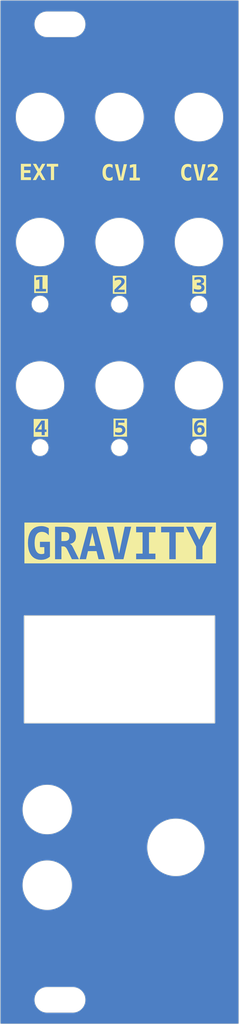
<source format=kicad_pcb>
(kicad_pcb
	(version 20241229)
	(generator "pcbnew")
	(generator_version "9.0")
	(general
		(thickness 1.6)
		(legacy_teardrops no)
	)
	(paper "A4")
	(layers
		(0 "F.Cu" signal)
		(2 "B.Cu" signal)
		(9 "F.Adhes" user "F.Adhesive")
		(11 "B.Adhes" user "B.Adhesive")
		(13 "F.Paste" user)
		(15 "B.Paste" user)
		(5 "F.SilkS" user "F.Silkscreen")
		(7 "B.SilkS" user "B.Silkscreen")
		(1 "F.Mask" user)
		(3 "B.Mask" user)
		(17 "Dwgs.User" user "User.Drawings")
		(19 "Cmts.User" user "User.Comments")
		(21 "Eco1.User" user "User.Eco1")
		(23 "Eco2.User" user "User.Eco2")
		(25 "Edge.Cuts" user)
		(27 "Margin" user)
		(31 "F.CrtYd" user "F.Courtyard")
		(29 "B.CrtYd" user "B.Courtyard")
		(35 "F.Fab" user)
		(33 "B.Fab" user)
		(39 "User.1" user)
		(41 "User.2" user)
		(43 "User.3" user)
		(45 "User.4" user)
		(47 "User.5" user)
		(49 "User.6" user)
		(51 "User.7" user)
		(53 "User.8" user)
		(55 "User.9" user)
	)
	(setup
		(pad_to_mask_clearance 0)
		(allow_soldermask_bridges_in_footprints no)
		(tenting front back)
		(aux_axis_origin 60 31.75)
		(pcbplotparams
			(layerselection 0x00000000_00000000_55555555_575555ff)
			(plot_on_all_layers_selection 0x00000000_00000000_00000000_00000000)
			(disableapertmacros no)
			(usegerberextensions no)
			(usegerberattributes yes)
			(usegerberadvancedattributes yes)
			(creategerberjobfile yes)
			(dashed_line_dash_ratio 12.000000)
			(dashed_line_gap_ratio 3.000000)
			(svgprecision 6)
			(plotframeref no)
			(mode 1)
			(useauxorigin no)
			(hpglpennumber 1)
			(hpglpenspeed 20)
			(hpglpendiameter 15.000000)
			(pdf_front_fp_property_popups yes)
			(pdf_back_fp_property_popups yes)
			(pdf_metadata yes)
			(pdf_single_document no)
			(dxfpolygonmode yes)
			(dxfimperialunits yes)
			(dxfusepcbnewfont yes)
			(psnegative no)
			(psa4output no)
			(plot_black_and_white yes)
			(sketchpadsonfab no)
			(plotpadnumbers no)
			(hidednponfab no)
			(sketchdnponfab yes)
			(crossoutdnponfab yes)
			(subtractmaskfromsilk no)
			(outputformat 1)
			(mirror no)
			(drillshape 0)
			(scaleselection 1)
			(outputdirectory "Exports/REV5 Panel/")
		)
	)
	(net 0 "")
	(gr_rect
		(start 60 157.25)
		(end 67.5 160.25)
		(stroke
			(width 0.1)
			(type solid)
		)
		(fill no)
		(layer "Dwgs.User")
		(uuid "091856b8-ce83-475b-b1a6-e57310e620da")
	)
	(gr_line
		(start 82.1 137.8)
		(end 82.1 138.4)
		(stroke
			(width 0.1)
			(type default)
		)
		(layer "Dwgs.User")
		(uuid "353bbf95-8158-4522-a92f-4bf91da4fcc6")
	)
	(gr_line
		(start 75 31.75)
		(end 75 160.25)
		(stroke
			(width 0.1)
			(type solid)
		)
		(layer "Dwgs.User")
		(uuid "5d9e7985-0913-415a-8f98-9cf20b82e279")
	)
	(gr_circle
		(center 82.1 138.1)
		(end 89.525168 138.1)
		(stroke
			(width 0.1)
			(type default)
		)
		(fill no)
		(layer "Dwgs.User")
		(uuid "6fc9757e-0c4b-4d15-a455-f3f96eee919b")
	)
	(gr_rect
		(start 60 31.75)
		(end 67.5 34.75)
		(stroke
			(width 0.1)
			(type solid)
		)
		(fill no)
		(layer "Dwgs.User")
		(uuid "88e1e042-f42c-49ab-966f-f6ea3757bb02")
	)
	(gr_line
		(start 81.8 138.1)
		(end 82.4 138.1)
		(stroke
			(width 0.1)
			(type default)
		)
		(layer "Dwgs.User")
		(uuid "9c18f876-936e-4738-a340-fad70fd8dfef")
	)
	(gr_line
		(start 68.6 33.15)
		(end 82.4 33.15)
		(stroke
			(width 0.05)
			(type solid)
		)
		(layer "Dwgs.User")
		(uuid "abde5176-436b-4b14-85a0-461add96a4c2")
	)
	(gr_rect
		(start 60 40)
		(end 90 152)
		(stroke
			(width 0.1)
			(type solid)
		)
		(fill no)
		(layer "Dwgs.User")
		(uuid "aef9720f-8b7f-47ce-90e5-b53d1edee088")
	)
	(gr_rect
		(start 60.2 40.1)
		(end 89.8 150.1)
		(stroke
			(width 0.1)
			(type solid)
		)
		(fill no)
		(layer "Dwgs.User")
		(uuid "be3a5597-94f6-43e2-9ed1-21c8320c3311")
	)
	(gr_rect
		(start 60 152)
		(end 90 160.25)
		(stroke
			(width 0.1)
			(type solid)
		)
		(fill no)
		(layer "Dwgs.User")
		(uuid "c6597488-561e-4552-8057-4bf658ac3e9e")
	)
	(gr_rect
		(start 60 31.75)
		(end 90 40)
		(stroke
			(width 0.1)
			(type solid)
		)
		(fill no)
		(layer "Dwgs.User")
		(uuid "cc27d458-4aed-49a0-8415-7d457e1fdddc")
	)
	(gr_line
		(start 65 51.95)
		(end 85.2 51.95)
		(stroke
			(width 0.1)
			(type solid)
		)
		(layer "Dwgs.User")
		(uuid "f0b7ae46-518a-4d3c-9bc5-6ebff4f05625")
	)
	(gr_arc
		(start 69.1 155.65)
		(mid 70.7 157.25)
		(end 69.1 158.85)
		(stroke
			(width 0.05)
			(type solid)
		)
		(layer "Edge.Cuts")
		(uuid "0af76648-0b6c-40c0-bb72-ff868a55e888")
	)
	(gr_line
		(start 65.9 33.15)
		(end 69.1 33.15)
		(stroke
			(width 0.05)
			(type solid)
		)
		(layer "Edge.Cuts")
		(uuid "0f30470c-ee47-42d4-b558-7925679878b7")
	)
	(gr_circle
		(center 75 87.9)
		(end 76.05 87.9)
		(stroke
			(width 0.05)
			(type solid)
		)
		(fill no)
		(layer "Edge.Cuts")
		(uuid "14e25059-7723-43a3-99d0-d230ecd3ec83")
	)
	(gr_rect
		(start 63 109)
		(end 87 122.5)
		(stroke
			(width 0.1)
			(type solid)
		)
		(fill no)
		(layer "Edge.Cuts")
		(uuid "1dc13128-2ce5-47e4-a4dd-c0c5aca9e7fb")
	)
	(gr_line
		(start 69.1 36.35)
		(end 65.9 36.35)
		(stroke
			(width 0.05)
			(type solid)
		)
		(layer "Edge.Cuts")
		(uuid "407f182b-595f-4392-842b-0d26914bd325")
	)
	(gr_circle
		(center 85 69.9)
		(end 86.05 69.9)
		(stroke
			(width 0.05)
			(type solid)
		)
		(fill no)
		(layer "Edge.Cuts")
		(uuid "4682de7f-2305-49fe-a341-bda58cda98dc")
	)
	(gr_circle
		(center 75 46.4)
		(end 71.95 46.4)
		(stroke
			(width 0.05)
			(type solid)
		)
		(fill no)
		(layer "Edge.Cuts")
		(uuid "579aad26-6c8a-4e7a-a68f-a763876989b6")
	)
	(gr_circle
		(center 65 80.1)
		(end 68.03 80.1)
		(stroke
			(width 0.05)
			(type solid)
		)
		(fill no)
		(layer "Edge.Cuts")
		(uuid "60cf20f0-a898-4be7-b1fa-367dcbb760a4")
	)
	(gr_circle
		(center 65.9 142.85)
		(end 69 142.85)
		(stroke
			(width 0.05)
			(type solid)
		)
		(fill no)
		(layer "Edge.Cuts")
		(uuid "6c4e7aff-465f-49e8-b9e5-ed1ab23870f8")
	)
	(gr_circle
		(center 85 46.4)
		(end 81.95 46.4)
		(stroke
			(width 0.05)
			(type solid)
		)
		(fill no)
		(layer "Edge.Cuts")
		(uuid "73040b48-f776-499c-8e8c-1af24fb92b59")
	)
	(gr_circle
		(center 85 87.9)
		(end 86.05 87.9)
		(stroke
			(width 0.05)
			(type solid)
		)
		(fill no)
		(layer "Edge.Cuts")
		(uuid "82176b7c-6c9d-4296-af75-235dd046cd48")
	)
	(gr_line
		(start 69.1 158.85)
		(end 65.9 158.85)
		(stroke
			(width 0.05)
			(type solid)
		)
		(layer "Edge.Cuts")
		(uuid "88506245-ac44-49ad-a294-6c378779b15c")
	)
	(gr_circle
		(center 82.1 138.1)
		(end 85.7 138.1)
		(stroke
			(width 0.05)
			(type solid)
		)
		(fill no)
		(layer "Edge.Cuts")
		(uuid "9424a539-0a95-459e-b08a-1ee224212dca")
	)
	(gr_arc
		(start 69.1 33.15)
		(mid 70.7 34.75)
		(end 69.1 36.35)
		(stroke
			(width 0.05)
			(type solid)
		)
		(layer "Edge.Cuts")
		(uuid "9e263f86-743b-409e-8642-b84c0b19eba9")
	)
	(gr_circle
		(center 75 62.1)
		(end 78.03 62.1)
		(stroke
			(width 0.05)
			(type solid)
		)
		(fill no)
		(layer "Edge.Cuts")
		(uuid "9ff449f8-d278-4380-a4fb-81cc9bc0aab1")
	)
	(gr_circle
		(center 65 46.4)
		(end 61.95 46.4)
		(stroke
			(width 0.05)
			(type solid)
		)
		(fill no)
		(layer "Edge.Cuts")
		(uuid "af1ab345-6d78-4926-9a83-5e36e79e5505")
	)
	(gr_arc
		(start 65.9 36.35)
		(mid 64.3 34.75)
		(end 65.9 33.15)
		(stroke
			(width 0.05)
			(type solid)
		)
		(layer "Edge.Cuts")
		(uuid "b9303710-850f-4d7c-b10b-8fe848eccf0e")
	)
	(gr_circle
		(center 75 80.1)
		(end 78.03 80.1)
		(stroke
			(width 0.05)
			(type solid)
		)
		(fill no)
		(layer "Edge.Cuts")
		(uuid "b9d1c29c-3ad1-4509-97e6-79759e7a128f")
	)
	(gr_arc
		(start 65.9 158.85)
		(mid 64.3 157.25)
		(end 65.9 155.65)
		(stroke
			(width 0.05)
			(type solid)
		)
		(layer "Edge.Cuts")
		(uuid "ba2f3b2d-40e1-4783-9b82-3c65e4afddf8")
	)
	(gr_circle
		(center 75 69.91)
		(end 76.05 69.91)
		(stroke
			(width 0.05)
			(type solid)
		)
		(fill no)
		(layer "Edge.Cuts")
		(uuid "ba98307e-db05-42fb-ae9b-f5f438533fa5")
	)
	(gr_circle
		(center 65 87.9)
		(end 66.05 87.9)
		(stroke
			(width 0.05)
			(type solid)
		)
		(fill no)
		(layer "Edge.Cuts")
		(uuid "c24d2b5a-47ce-4aac-bb85-64d5d05d41f5")
	)
	(gr_circle
		(center 85 62.1)
		(end 88.03 62.1)
		(stroke
			(width 0.05)
			(type solid)
		)
		(fill no)
		(layer "Edge.Cuts")
		(uuid "c4a3403f-5b38-4d1f-8090-67a5f0cabe76")
	)
	(gr_circle
		(center 65 62.1)
		(end 68.03 62.1)
		(stroke
			(width 0.05)
			(type solid)
		)
		(fill no)
		(layer "Edge.Cuts")
		(uuid "c9412f74-5ce8-4f37-8d3c-8e30c159ea12")
	)
	(gr_circle
		(center 64.99 69.89)
		(end 66.04 69.89)
		(stroke
			(width 0.05)
			(type solid)
		)
		(fill no)
		(layer "Edge.Cuts")
		(uuid "d44104eb-6dd0-4e36-b59c-13dad18cb623")
	)
	(gr_rect
		(start 60 31.75)
		(end 90 160.25)
		(stroke
			(width 0.05)
			(type solid)
		)
		(fill no)
		(layer "Edge.Cuts")
		(uuid "d5007123-2413-4f4a-8270-830ee27c8e26")
	)
	(gr_circle
		(center 65.9 133.35)
		(end 69 133.35)
		(stroke
			(width 0.05)
			(type solid)
		)
		(fill no)
		(layer "Edge.Cuts")
		(uuid "d942cf4e-3054-4844-87f3-fc2308ca8f67")
	)
	(gr_line
		(start 65.9 155.65)
		(end 69.1 155.65)
		(stroke
			(width 0.05)
			(type solid)
		)
		(layer "Edge.Cuts")
		(uuid "f5095354-ac0f-4926-b6ea-d4c9680cc553")
	)
	(gr_circle
		(center 85 80.1)
		(end 88.03 80.1)
		(stroke
			(width 0.05)
			(type solid)
		)
		(fill no)
		(layer "Edge.Cuts")
		(uuid "f8803d60-10fe-41e8-8d8a-c605dec381b4")
	)
	(gr_text "1"
		(at 64.2 68.6 0)
		(layer "F.SilkS" knockout)
		(uuid "40dd8f1d-ffc2-4325-9a3d-4632f6c43ef4")
		(effects
			(font
				(face "DejaVu Sans Mono")
				(size 1.8 2)
				(thickness 0.3)
				(bold yes)
			)
			(justify left bottom)
		)
		(render_cache "1" 0
			(polygon
				(pts
					(xy 64.456821 67.977461) (xy 64.907693 67.977461) (xy 64.907693 66.781648) (xy 64.488328 66.880127)
					(xy 64.488328 66.549519) (xy 64.910502 66.458075) (xy 65.299825 66.458075) (xy 65.299825 67.977461)
					(xy 65.750697 67.977461) (xy 65.750697 68.294) (xy 64.456821 68.294)
				)
			)
		)
	)
	(gr_text "CV2"
		(at 82.55 54.7 0)
		(layer "F.SilkS")
		(uuid "415f7cee-34fb-4865-baa1-82645ec234bc")
		(effects
			(font
				(face "DejaVu Sans Mono")
				(size 2 2)
				(thickness 0.3)
				(bold yes)
			)
			(justify left bottom)
		)
		(render_cache "CV2" 0
			(polygon
				(pts
					(xy 84.026936 54.297473) (xy 83.928904 54.341925) (xy 83.826046 54.373677) (xy 83.719108 54.392618)
					(xy 83.604762 54.399078) (xy 83.439795 54.38703) (xy 83.297673 54.352787) (xy 83.174642 54.298118)
					(xy 83.067741 54.223277) (xy 82.974982 54.126992) (xy 82.901808 54.017632) (xy 82.842225 53.887905)
					(xy 82.797075 53.734537) (xy 82.768073 53.553631) (xy 82.757728 53.340774) (xy 82.768085 53.12723)
					(xy 82.79711 52.945873) (xy 82.842276 52.792248) (xy 82.901852 52.662423) (xy 82.974982 52.553091)
					(xy 83.067741 52.456805) (xy 83.174642 52.381965) (xy 83.297673 52.327296) (xy 83.439795 52.293052)
					(xy 83.604762 52.281004) (xy 83.719283 52.287446) (xy 83.82739 52.306406) (xy 83.930992 52.338314)
					(xy 84.026936 52.382609) (xy 84.026936 52.828108) (xy 83.921001 52.741336) (xy 83.825436 52.685715)
					(xy 83.725766 52.651726) (xy 83.623935 52.64053) (xy 83.517353 52.652176) (xy 83.428436 52.685318)
					(xy 83.353319 52.739456) (xy 83.289811 52.816995) (xy 83.244583 52.905531) (xy 83.209199 53.018654)
					(xy 83.185713 53.161695) (xy 83.177093 53.340774) (xy 83.185698 53.519017) (xy 83.20916 53.661615)
					(xy 83.244541 53.774595) (xy 83.289811 53.86321) (xy 83.353311 53.940688) (xy 83.428425 53.99479)
					(xy 83.517344 54.027913) (xy 83.623935 54.039553) (xy 83.725766 54.028356) (xy 83.825436 53.994368)
					(xy 83.921001 53.938747) (xy 84.026936 53.851974)
				)
			)
			(polygon
				(pts
					(xy 85.075959 54.023921) (xy 85.43524 52.320083) (xy 85.84105 52.320083) (xy 85.355983 54.36) (xy 84.797156 54.36)
					(xy 84.312212 52.320083) (xy 84.717899 52.320083)
				)
			)
			(polygon
				(pts
					(xy 86.511496 54.00829) (xy 87.370865 54.00829) (xy 87.370865 54.36) (xy 86.075767 54.36) (xy 86.075767 54.019159)
					(xy 86.294364 53.786517) (xy 86.767096 53.27605) (xy 86.859343 53.159211) (xy 86.914619 53.067466)
					(xy 86.948787 52.975419) (xy 86.959682 52.887459) (xy 86.94969 52.799818) (xy 86.921843 52.730792)
					(xy 86.877006 52.676067) (xy 86.817629 52.63624) (xy 86.741177 52.610746) (xy 86.642777 52.601451)
					(xy 86.53238 52.611235) (xy 86.400244 52.643461) (xy 86.265808 52.693677) (xy 86.119487 52.765582)
					(xy 86.119487 52.390425) (xy 86.265659 52.342968) (xy 86.405617 52.309092) (xy 86.544572 52.287841)
					(xy 86.674162 52.281004) (xy 86.836925 52.291775) (xy 86.973215 52.321934) (xy 87.0874 52.36918)
					(xy 87.183042 52.432557) (xy 87.263673 52.514701) (xy 87.320781 52.609121) (xy 87.355896 52.718262)
					(xy 87.368178 52.845816) (xy 87.357941 52.963594) (xy 87.327878 53.071985) (xy 87.27634 53.177749)
					(xy 87.189148 53.306458) (xy 87.083923 53.425663) (xy 86.791643 53.725945)
				)
			)
		)
	)
	(gr_text "2"
		(at 74.2 68.7 0)
		(layer "F.SilkS" knockout)
		(uuid "69fd028f-fe31-471e-9e5a-ec48f0f2f5b5")
		(effects
			(font
				(face "DejaVu Sans Mono")
				(size 1.8 2)
				(thickness 0.3)
				(bold yes)
			)
			(justify left bottom)
		)
		(render_cache "2" 0
			(polygon
				(pts
					(xy 74.792899 68.077461) (xy 75.652267 68.077461) (xy 75.652267 68.394) (xy 74.35717 68.394) (xy 74.35717 68.087243)
					(xy 74.575767 67.877866) (xy 75.048499 67.418445) (xy 75.140745 67.31329) (xy 75.196022 67.23072)
					(xy 75.23019 67.147877) (xy 75.241085 67.068713) (xy 75.231093 66.989836) (xy 75.203245 66.927713)
					(xy 75.158408 66.87846) (xy 75.099032 66.842616) (xy 75.02258 66.819671) (xy 74.92418 66.811306)
					(xy 74.813782 66.820111) (xy 74.681646 66.849115) (xy 74.54721 66.894309) (xy 74.400889 66.959024)
					(xy 74.400889 66.621383) (xy 74.547062 66.578671) (xy 74.68702 66.548183) (xy 74.825974 66.529057)
					(xy 74.955565 66.522904) (xy 75.118328 66.532598) (xy 75.254618 66.55974) (xy 75.368803 66.602262)
					(xy 75.464445 66.659301) (xy 75.545076 66.733231) (xy 75.602184 66.818209) (xy 75.637299 66.916436)
					(xy 75.649581 67.031234) (xy 75.639343 67.137234) (xy 75.609281 67.234786) (xy 75.557742 67.329974)
					(xy 75.470551 67.445812) (xy 75.365325 67.553097) (xy 75.073046 67.823351)
				)
			)
		)
	)
	(gr_text "GRAVITY"
		(at 63.15 102.6 0)
		(layer "F.SilkS" knockout)
		(uuid "7c5626a0-6454-4ec5-857f-45ea0097e14d")
		(effects
			(font
				(face "DejaVu Sans Mono")
				(size 4 4)
				(thickness 0.3)
				(bold yes)
			)
			(justify left bottom)
		)
		(render_cache "GRAVITY" 0
			(polygon
				(pts
					(xy 65.532833 101.185806) (xy 65.532833 100.40374) (xy 64.980844 100.40374) (xy 64.980844 99.731584)
					(xy 66.237718 99.731584) (xy 66.237718 101.596622) (xy 65.992738 101.771076) (xy 65.725296 101.896552)
					(xy 65.438032 101.972315) (xy 65.12568 101.998157) (xy 64.810755 101.974186) (xy 64.536928 101.905712)
					(xy 64.297319 101.795662) (xy 64.086589 101.64388) (xy 63.90129 101.447145) (xy 63.755396 101.225626)
					(xy 63.636916 100.964972) (xy 63.547411 100.659073) (xy 63.4901 100.30067) (xy 63.469713 99.881549)
					(xy 63.490478 99.454535) (xy 63.548675 99.091857) (xy 63.639245 98.784604) (xy 63.758732 98.524915)
					(xy 63.905443 98.306182) (xy 64.091562 98.113452) (xy 64.305616 97.963737) (xy 64.551518 97.854455)
					(xy 64.835106 97.786057) (xy 65.163782 97.762009) (xy 65.407501 97.779084) (xy 65.647383 97.830397)
					(xy 65.878043 97.914079) (xy 66.092882 98.027745) (xy 66.092882 98.918743) (xy 65.908009 98.725886)
					(xy 65.703314 98.591214) (xy 65.474784 98.509037) (xy 65.221179 98.48106) (xy 64.998956 98.504372)
					(xy 64.815567 98.570284) (xy 64.662681 98.676988) (xy 64.535345 98.828374) (xy 64.444836 99.002786)
					(xy 64.373668 99.228456) (xy 64.32619 99.516944) (xy 64.308688 99.881549) (xy 64.325291 100.233567)
					(xy 64.370684 100.517074) (xy 64.439315 100.743348) (xy 64.527285 100.922267) (xy 64.651362 101.080673)
					(xy 64.795803 101.189916) (xy 64.964329 101.256047) (xy 65.164026 101.279106) (xy 65.382379 101.255903)
					(xy 65.469021 101.225479)
				)
			)
			(polygon
				(pts
					(xy 68.453019 97.862197) (xy 68.765054 97.921241) (xy 69.000806 98.008793) (xy 69.175959 98.119581)
					(xy 69.318459 98.270542) (xy 69.424772 98.465003) (xy 69.4937 98.713181) (xy 69.518876 99.028897)
					(xy 69.493748 99.303024) (xy 69.423984 99.522901) (xy 69.313956 99.699832) (xy 69.161985 99.840459)
					(xy 68.968594 99.940284) (xy 68.723621 99.998297) (xy 68.835684 100.038563) (xy 68.932693 100.111137)
					(xy 69.020135 100.223428) (xy 69.150069 100.454542) (xy 69.887683 101.92) (xy 69.002302 101.92)
					(xy 68.510642 100.891249) (xy 68.453244 100.771081) (xy 68.324105 100.545885) (xy 68.197914 100.407646)
					(xy 68.07326 100.33352) (xy 67.944975 100.309951) (xy 67.688032 100.309951) (xy 67.688032 101.92)
					(xy 66.88203 101.92) (xy 66.88203 99.637794) (xy 67.688032 99.637794) (xy 68.067829 99.637794)
					(xy 68.285206 99.62012) (xy 68.437602 99.574059) (xy 68.541905 99.506392) (xy 68.617056 99.40875)
					(xy 68.666739 99.269345) (xy 68.685519 99.073593) (xy 68.666862 98.877713) (xy 68.617625 98.738894)
					(xy 68.54337 98.64226) (xy 68.439892 98.575549) (xy 68.287229 98.529906) (xy 68.067829 98.512323)
					(xy 67.688032 98.512323) (xy 67.688032 99.637794) (xy 66.88203 99.637794) (xy 66.88203 97.840167)
					(xy 68.046092 97.840167)
				)
			)
			(polygon
				(pts
					(xy 73.166154 101.92) (xy 72.360153 101.92) (xy 72.108583 100.903949) (xy 71.029274 100.903949)
					(xy 70.783565 101.92) (xy 69.97732 101.92) (xy 70.428807 100.247424) (xy 71.190474 100.247424)
					(xy 71.953 100.247424) (xy 71.570516 98.578025) (xy 71.190474 100.247424) (xy 70.428807 100.247424)
					(xy 71.078611 97.840167) (xy 72.064863 97.840167)
				)
			)
			(polygon
				(pts
					(xy 74.939113 101.247843) (xy 75.657676 97.840167) (xy 76.469295 97.840167) (xy 75.499162 101.92)
					(xy 74.381507 101.92) (xy 73.411618 97.840167) (xy 74.222993 97.840167)
				)
			)
			(polygon
				(pts
					(xy 77.094312 98.543586) (xy 77.094312 97.840167) (xy 79.523551 97.840167) (xy 79.523551 98.543586)
					(xy 78.711933 98.543586) (xy 78.711933 101.21658) (xy 79.523551 101.21658) (xy 79.523551 101.92)
					(xy 77.094312 101.92) (xy 77.094312 101.21658) (xy 77.905931 101.21658) (xy 77.905931 98.543586)
				)
			)
			(polygon
				(pts
					(xy 82.08053 101.92) (xy 81.274528 101.92) (xy 81.274528 98.543586) (xy 80.238939 98.543586) (xy 80.238939 97.840167)
					(xy 83.11612 97.840167) (xy 83.11612 98.543586) (xy 82.08053 98.543586)
				)
			)
			(polygon
				(pts
					(xy 83.383565 97.840167) (xy 84.252337 97.840167) (xy 85.044905 99.479769) (xy 85.839916 97.840167)
					(xy 86.708932 97.840167) (xy 85.449127 100.313126) (xy 85.449127 101.92) (xy 84.643126 101.92)
					(xy 84.643126 100.313126)
				)
			)
		)
	)
	(gr_text "4"
		(at 64.25 86.65 0)
		(layer "F.SilkS" knockout)
		(uuid "a8db59a2-7b9a-4d77-8c42-0accea86f324")
		(effects
			(font
				(face "DejaVu Sans Mono")
				(size 1.8 2)
				(thickness 0.3)
				(bold yes)
			)
			(justify left bottom)
		)
		(render_cache "4" 0
			(polygon
				(pts
					(xy 65.584787 85.633546) (xy 65.808879 85.633546) (xy 65.808879 85.94305) (xy 65.584787 85.94305)
					(xy 65.584787 86.344) (xy 65.19815 86.344) (xy 65.19815 85.94305) (xy 64.38934 85.94305) (xy 64.38934 85.633546)
					(xy 64.683042 85.633546) (xy 65.19815 85.633546) (xy 65.19815 84.910233) (xy 64.683042 85.633546)
					(xy 64.38934 85.633546) (xy 64.38934 85.59255) (xy 65.162613 84.508075) (xy 65.584787 84.508075)
				)
			)
		)
	)
	(gr_text "3"
		(at 84.2 68.65 0)
		(layer "F.SilkS" knockout)
		(uuid "aeab3058-1e32-4e4b-b174-8348e2da78da")
		(effects
			(font
				(face "DejaVu Sans Mono")
				(size 1.8 2)
				(thickness 0.3)
				(bold yes)
			)
			(justify left bottom)
		)
		(render_cache "3" 0
			(polygon
				(pts
					(xy 84.950069 67.520999) (xy 84.734159 67.520999) (xy 84.734159 67.20446) (xy 84.950069 67.20446)
					(xy 85.048762 67.197617) (xy 85.124783 67.179075) (xy 85.182955 67.150824) (xy 85.228807 67.110232)
					(xy 85.256088 67.060785) (xy 85.265631 66.999589) (xy 85.256013 66.934956) (xy 85.228617 66.882685)
					(xy 85.182955 66.839781) (xy 85.124458 66.809439) (xy 85.048429 66.789675) (xy 84.950069 66.782408)
					(xy 84.833636 66.788479) (xy 84.704117 66.807688) (xy 84.572581 66.838034) (xy 84.432274 66.880887)
					(xy 84.432274 66.55028) (xy 84.572946 66.516992) (xy 84.709612 66.492907) (xy 84.845118 66.477784)
					(xy 84.971929 66.472904) (xy 85.134812 66.482055) (xy 85.269992 66.507542) (xy 85.382028 66.54717)
					(xy 85.474703 66.599849) (xy 85.553447 66.669143) (xy 85.609027 66.748994) (xy 85.643143 66.841497)
					(xy 85.655076 66.94991) (xy 85.64278 67.055586) (xy 85.607871 67.143693) (xy 85.551151 67.217979)
					(xy 85.475223 67.277467) (xy 85.378007 67.323116) (xy 85.254762 67.354157) (xy 85.394143 67.388685)
					(xy 85.503343 67.441183) (xy 85.588032 67.510887) (xy 85.650118 67.597688) (xy 85.688973 67.70318)
					(xy 85.702826 67.832262) (xy 85.68975 67.963486) (xy 85.652956 68.072324) (xy 85.594258 68.163159)
					(xy 85.512927 68.239036) (xy 85.415142 68.296705) (xy 85.293988 68.340461) (xy 85.144562 68.368877)
					(xy 84.960938 68.37917) (xy 84.807472 68.373267) (xy 84.656978 68.35565) (xy 84.509858 68.326784)
					(xy 84.370725 68.287726) (xy 84.370725 67.950085) (xy 84.503315 68.001344) (xy 84.648063 68.039221)
					(xy 84.799439 68.061924) (xy 84.960938 68.069666) (xy 85.067859 68.061207) (xy 85.152884 68.03785)
					(xy 85.220568 68.001302) (xy 85.273621 67.95047) (xy 85.305201 67.890033) (xy 85.316189 67.816875)
					(xy 85.30464 67.726144) (xy 85.272444 67.654692) (xy 85.220568 67.598045) (xy 85.151957 67.55693)
					(xy 85.063657 67.530599)
				)
			)
		)
	)
	(gr_text "6"
		(at 84.2 86.6 0)
		(layer "F.SilkS" knockout)
		(uuid "b1b01de5-5207-44a8-bef1-203ce50e726e")
		(effects
			(font
				(face "DejaVu Sans Mono")
				(size 1.8 2)
				(thickness 0.3)
				(bold yes)
			)
			(justify left bottom)
		)
		(render_cache "6" 0
			(polygon
				(pts
					(xy 85.300336 84.434675) (xy 85.401552 84.449282) (xy 85.502924 84.47319) (xy 85.607205 84.507314)
					(xy 85.607205 84.837921) (xy 85.499023 84.787684) (xy 85.400209 84.753511) (xy 85.301562 84.732189)
					(xy 85.209699 84.725374) (xy 85.102336 84.734231) (xy 85.01334 84.759167) (xy 84.93907 84.799021)
					(xy 84.877041 84.854408) (xy 84.830162 84.92049) (xy 84.793559 85.003496) (xy 84.768555 85.106997)
					(xy 84.757484 85.235243) (xy 84.830562 85.166091) (xy 84.921371 85.116651) (xy 85.026803 85.087522)
					(xy 85.156332 85.077084) (xy 85.292243 85.08786) (xy 85.40595 85.118275) (xy 85.501713 85.166891)
					(xy 85.582536 85.234254) (xy 85.645107 85.31568) (xy 85.691963 85.414577) (xy 85.722055 85.534471)
					(xy 85.732868 85.679717) (xy 85.720836 85.834957) (xy 85.687246 85.96371) (xy 85.634694 86.070553)
					(xy 85.564096 86.159141) (xy 85.47379 86.231881) (xy 85.366994 86.284518) (xy 85.240401 86.317489)
					(xy 85.08941 86.32917) (xy 84.939707 86.318981) (xy 84.814477 86.290361) (xy 84.709412 86.245166)
					(xy 84.621181 86.18373) (xy 84.547679 86.104846) (xy 84.493692 86.017603) (xy 84.447808 85.90661)
					(xy 84.411699 85.767098) (xy 84.402479 85.70027) (xy 84.809385 85.70027) (xy 84.818298 85.806752)
					(xy 84.842249 85.887406) (xy 84.878384 85.947895) (xy 84.930651 85.995175) (xy 84.995968 86.023659)
					(xy 85.078541 86.033734) (xy 85.161168 86.023687) (xy 85.226971 85.995215) (xy 85.280041 85.947895)
					(xy 85.316923 85.887309) (xy 85.341316 85.806652) (xy 85.350383 85.70027) (xy 85.341328 85.593813)
					(xy 85.316943 85.512914) (xy 85.280041 85.451984) (xy 85.226914 85.404265) (xy 85.161109 85.375595)
					(xy 85.078541 85.365486) (xy 84.995968 85.375561) (xy 84.930651 85.404046) (xy 84.878384 85.451325)
					(xy 84.842296 85.511831) (xy 84.818323 85.592874) (xy 84.809385 85.70027) (xy 84.402479 85.70027)
					(xy 84.387767 85.593637) (xy 84.37903 85.380214) (xy 84.389118 85.181434) (xy 84.417175 85.015115)
					(xy 84.460416 84.876619) (xy 84.516831 84.761827) (xy 84.585293 84.667232) (xy 84.673372 84.583874)
					(xy 84.776601 84.518725) (xy 84.89718 84.470827) (xy 85.038353 84.440625) (xy 85.204204 84.429938)
				)
			)
		)
	)
	(gr_text "CV1"
		(at 72.65 54.7 0)
		(layer "F.SilkS")
		(uuid "bf198dea-77f2-4743-bd64-6b4c7a893b08")
		(effects
			(font
				(face "DejaVu Sans Mono")
				(size 2 2)
				(thickness 0.3)
				(bold yes)
			)
			(justify left bottom)
		)
		(render_cache "CV1" 0
			(polygon
				(pts
					(xy 74.126936 54.297473) (xy 74.028904 54.341925) (xy 73.926046 54.373677) (xy 73.819108 54.392618)
					(xy 73.704762 54.399078) (xy 73.539795 54.38703) (xy 73.397673 54.352787) (xy 73.274642 54.298118)
					(xy 73.167741 54.223277) (xy 73.074982 54.126992) (xy 73.001808 54.017632) (xy 72.942225 53.887905)
					(xy 72.897075 53.734537) (xy 72.868073 53.553631) (xy 72.857728 53.340774) (xy 72.868085 53.12723)
					(xy 72.89711 52.945873) (xy 72.942276 52.792248) (xy 73.001852 52.662423) (xy 73.074982 52.553091)
					(xy 73.167741 52.456805) (xy 73.274642 52.381965) (xy 73.397673 52.327296) (xy 73.539795 52.293052)
					(xy 73.704762 52.281004) (xy 73.819283 52.287446) (xy 73.92739 52.306406) (xy 74.030992 52.338314)
					(xy 74.126936 52.382609) (xy 74.126936 52.828108) (xy 74.021001 52.741336) (xy 73.925436 52.685715)
					(xy 73.825766 52.651726) (xy 73.723935 52.64053) (xy 73.617353 52.652176) (xy 73.528436 52.685318)
					(xy 73.453319 52.739456) (xy 73.389811 52.816995) (xy 73.344583 52.905531) (xy 73.309199 53.018654)
					(xy 73.285713 53.161695) (xy 73.277093 53.340774) (xy 73.285698 53.519017) (xy 73.30916 53.661615)
					(xy 73.344541 53.774595) (xy 73.389811 53.86321) (xy 73.453311 53.940688) (xy 73.528425 53.99479)
					(xy 73.617344 54.027913) (xy 73.723935 54.039553) (xy 73.825766 54.028356) (xy 73.925436 53.994368)
					(xy 74.021001 53.938747) (xy 74.126936 53.851974)
				)
			)
			(polygon
				(pts
					(xy 75.175959 54.023921) (xy 75.53524 52.320083) (xy 75.94105 52.320083) (xy 75.455983 54.36) (xy 74.897156 54.36)
					(xy 74.412212 52.320083) (xy 74.817899 52.320083)
				)
			)
			(polygon
				(pts
					(xy 76.275418 54.00829) (xy 76.72629 54.00829) (xy 76.72629 52.679609) (xy 76.306926 52.78903)
					(xy 76.306926 52.421688) (xy 76.729099 52.320083) (xy 77.118422 52.320083) (xy 77.118422 54.00829)
					(xy 77.569295 54.00829) (xy 77.569295 54.36) (xy 76.275418 54.36)
				)
			)
		)
	)
	(gr_text "5"
		(at 74.25 86.6 0)
		(layer "F.SilkS" knockout)
		(uuid "e542d30a-225c-4220-acf9-602c45a7e24e")
		(effects
			(font
				(face "DejaVu Sans Mono")
				(size 1.8 2)
				(thickness 0.3)
				(bold yes)
			)
			(justify left bottom)
		)
		(render_cache "5" 0
			(polygon
				(pts
					(xy 74.51366 84.458075) (xy 75.621667 84.458075) (xy 75.621667 84.774614) (xy 74.840212 84.774614)
					(xy 74.840212 85.117311) (xy 74.945359 85.092142) (xy 75.064305 85.084118) (xy 75.213318 85.095612)
					(xy 75.342719 85.128538) (xy 75.456104 85.181867) (xy 75.556088 85.256346) (xy 75.637467 85.347369)
					(xy 75.695892 85.450639) (xy 75.732024 85.568522) (xy 75.744644 85.704226) (xy 75.730831 85.846355)
					(xy 75.691553 85.967456) (xy 75.628331 86.071477) (xy 75.540334 86.161229) (xy 75.433563 86.232286)
					(xy 75.307812 86.284499) (xy 75.15942 86.317472) (xy 74.983705 86.32917) (xy 74.852384 86.324374)
					(xy 74.718579 86.309826) (xy 74.584601 86.28591) (xy 74.445394 86.251794) (xy 74.445394 85.928221)
					(xy 74.560725 85.971428) (xy 74.678279 86.00208) (xy 74.798298 86.020574) (xy 74.918126 86.0267)
					(xy 75.057594 86.016174) (xy 75.162933 85.987807) (xy 75.24187 85.944598) (xy 75.302002 85.883406)
					(xy 75.339169 85.805431) (xy 75.352512 85.705435) (xy 75.339719 85.613493) (xy 75.303152 85.537519)
					(xy 75.24248 85.473747) (xy 75.16406 85.426629) (xy 75.067986 85.397129) (xy 74.949511 85.386588)
					(xy 74.84186 85.392688) (xy 74.732868 85.411208) (xy 74.625107 85.441537) (xy 74.51366 85.485067)
				)
			)
		)
	)
	(gr_text "EXT"
		(at 62.35 54.65 0)
		(layer "F.SilkS")
		(uuid "f195b59e-a128-47a4-bb61-1b7f64b9cb60")
		(effects
			(font
				(face "DejaVu Sans Mono")
				(size 2 2)
				(thickness 0.3)
				(bold yes)
			)
			(justify left bottom)
		)
		(render_cache "EXT" 0
			(polygon
				(pts
					(xy 63.850139 54.31) (xy 62.579588 54.31) (xy 62.579588 52.270083) (xy 63.850139 52.270083) (xy 63.850139 52.621793)
					(xy 62.982588 52.621793) (xy 62.982588 53.067292) (xy 63.768196 53.067292) (xy 63.768196 53.419002)
					(xy 62.982588 53.419002) (xy 62.982588 53.95829) (xy 63.850139 53.95829)
				)
			)
			(polygon
				(pts
					(xy 65.68196 54.31) (xy 65.265282 54.31) (xy 64.875959 53.635034) (xy 64.487857 54.31) (xy 64.071179 54.31)
					(xy 64.669574 53.274288) (xy 64.087543 52.270083) (xy 64.504344 52.270083) (xy 64.875959 52.919036)
					(xy 65.248918 52.270083) (xy 65.665596 52.270083) (xy 65.086252 53.274288)
				)
			)
			(polygon
				(pts
					(xy 66.762369 54.31) (xy 66.359368 54.31) (xy 66.359368 52.621793) (xy 65.841573 52.621793) (xy 65.841573 52.270083)
					(xy 67.280163 52.270083) (xy 67.280163 52.621793) (xy 66.762369 52.621793)
				)
			)
		)
	)
	(zone
		(net 0)
		(net_name "")
		(layer "F.Cu")
		(uuid "0b652b25-fe6b-4e9e-aa74-dd5e9b2a7dde")
		(hatch edge 0.508)
		(connect_pads
			(clearance 0)
		)
		(min_thickness 0.254)
		(filled_areas_thickness no)
		(fill yes
			(thermal_gap 0.508)
			(thermal_bridge_width 0.508)
		)
		(polygon
			(pts
				(xy 90 160.25) (xy 60 160.25) (xy 60 31.75) (xy 90 31.75)
			)
		)
		(filled_polygon
			(layer "F.Cu")
			(island)
			(pts
				(xy 89.931621 31.780502) (xy 89.978114 31.834158) (xy 89.9895 31.8865) (xy 89.9895 160.1135) (xy 89.969498 160.181621)
				(xy 89.915842 160.228114) (xy 89.8635 160.2395) (xy 60.1365 160.2395) (xy 60.068379 160.219498)
				(xy 60.021886 160.165842) (xy 60.0105 160.1135) (xy 60.0105 157.25) (xy 64.284984 157.25) (xy 64.303022 157.490708)
				(xy 64.303023 157.490712) (xy 64.356735 157.726035) (xy 64.356736 157.726037) (xy 64.444919 157.950725)
				(xy 64.444922 157.950733) (xy 64.565608 158.159767) (xy 64.716112 158.348494) (xy 64.846611 158.469578)
				(xy 64.893054 158.51267) (xy 65.092492 158.648645) (xy 65.217867 158.709022) (xy 65.309963 158.753374)
				(xy 65.309976 158.753379) (xy 65.540614 158.824521) (xy 65.540616 158.824521) (xy 65.540625 158.824524)
				(xy 65.77931 158.8605) (xy 65.779314 158.8605) (xy 69.220686 158.8605) (xy 69.22069 158.8605) (xy 69.459375 158.824524)
				(xy 69.468378 158.821747) (xy 69.690023 158.753379) (xy 69.690025 158.753377) (xy 69.690032 158.753376)
				(xy 69.907508 158.648645) (xy 70.106946 158.51267) (xy 70.283891 158.34849) (xy 70.434389 158.159771)
				(xy 70.555079 157.950729) (xy 70.643265 157.726034) (xy 70.696978 157.490706) (xy 70.715016 157.25)
				(xy 70.696978 157.009294) (xy 70.643265 156.773966) (xy 70.555079 156.549271) (xy 70.555078 156.54927)
				(xy 70.555077 156.549266) (xy 70.434391 156.340232) (xy 70.369581 156.258963) (xy 70.283891 156.15151)
				(xy 70.28389 156.151509) (xy 70.283887 156.151505) (xy 70.106951 155.987335) (xy 70.106945 155.987329)
				(xy 70.032675 155.936693) (xy 69.90751 155.851356) (xy 69.690036 155.746625) (xy 69.690023 155.74662)
				(xy 69.459385 155.675478) (xy 69.459377 155.675476) (xy 69.459375 155.675476) (xy 69.22069 155.6395)
				(xy 69.102088 155.6395) (xy 65.903412 155.6395) (xy 65.9 155.6395) (xy 65.77931 155.6395) (xy 65.540625 155.675476)
				(xy 65.540623 155.675476) (xy 65.540614 155.675478) (xy 65.309976 155.74662) (xy 65.309963 155.746625)
				(xy 65.092489 155.851356) (xy 65.092489 155.851357) (xy 64.893054 155.987329) (xy 64.893048 155.987335)
				(xy 64.716112 156.151505) (xy 64.565608 156.340232) (xy 64.444922 156.549266) (xy 64.444919 156.549274)
				(xy 64.356736 156.773962) (xy 64.356735 156.773964) (xy 64.303023 157.009287) (xy 64.303022 157.009291)
				(xy 64.284984 157.25) (xy 60.0105 157.25) (xy 60.0105 142.85) (xy 62.784599 142.85) (xy 62.804187 143.19881)
				(xy 62.862707 143.543235) (xy 62.959426 143.878956) (xy 63.09312 144.20172) (xy 63.093123 144.201725)
				(xy 63.262116 144.507495) (xy 63.464278 144.792417) (xy 63.464283 144.792424) (xy 63.564959 144.905079)
				(xy 63.697079 145.052921) (xy 63.862511 145.200761) (xy 63.957575 145.285716) (xy 63.957578 145.285718)
				(xy 63.957579 145.285719) (xy 64.242507 145.487885) (xy 64.548278 145.656879) (xy 64.871048 145.790575)
				(xy 65.206758 145.887291) (xy 65.551186 145.945812) (xy 65.9 145.965401) (xy 66.248814 145.945812)
				(xy 66.593242 145.887291) (xy 66.928952 145.790575) (xy 67.251722 145.656879) (xy 67.557493 145.487885)
				(xy 67.842421 145.285719) (xy 68.102921 145.052921) (xy 68.335719 144.792421) (xy 68.537885 144.507493)
				(xy 68.706879 144.201722) (xy 68.840575 143.878952) (xy 68.937291 143.543242) (xy 68.995812 143.198814)
				(xy 69.015401 142.85) (xy 68.995812 142.501186) (xy 68.937291 142.156758) (xy 68.840575 141.821048)
				(xy 68.706879 141.498278) (xy 68.537885 141.192507) (xy 68.335719 140.907579) (xy 68.335718 140.907578)
				(xy 68.335716 140.907575) (xy 68.210552 140.767518) (xy 68.102921 140.647079) (xy 67.865082 140.434532)
				(xy 67.842424 140.414283) (xy 67.842417 140.414278) (xy 67.557495 140.212116) (xy 67.293945 140.066457)
				(xy 67.251722 140.043121) (xy 67.25172 140.04312) (xy 66.928956 139.909426) (xy 66.593235 139.812707)
				(xy 66.24881 139.754187) (xy 65.9 139.734599) (xy 65.551189 139.754187) (xy 65.206764 139.812707)
				(xy 64.871043 139.909426) (xy 64.548279 140.04312) (xy 64.548274 140.043123) (xy 64.242504 140.212116)
				(xy 63.957582 140.414278) (xy 63.957575 140.414283) (xy 63.697079 140.647079) (xy 63.464283 140.907575)
				(xy 63.464278 140.907582) (xy 63.262116 141.192504) (xy 63.093123 141.498274) (xy 63.09312 141.498279)
				(xy 62.959426 141.821043) (xy 62.862707 142.156764) (xy 62.804187 142.501189) (xy 62.784599 142.85)
				(xy 60.0105 142.85) (xy 60.0105 138.100006) (xy 78.484545 138.100006) (xy 78.504349 138.477909)
				(xy 78.563551 138.851695) (xy 78.661495 139.217228) (xy 78.661499 139.217241) (xy 78.797113 139.570528)
				(xy 78.797117 139.570536) (xy 78.797118 139.570538) (xy 78.968924 139.907728) (xy 78.968927 139.907732)
				(xy 78.968929 139.907736) (xy 79.175034 140.22511) (xy 79.175042 140.22512) (xy 79.413189 140.519207)
				(xy 79.413203 140.519223) (xy 79.680776 140.786796) (xy 79.680784 140.786803) (xy 79.680788 140.786807)
				(xy 79.974889 141.024965) (xy 80.292272 141.231076) (xy 80.629462 141.402882) (xy 80.629466 141.402883)
				(xy 80.629471 141.402886) (xy 80.877966 141.498274) (xy 80.982763 141.538502) (xy 81.348305 141.636449)
				(xy 81.722082 141.695649) (xy 81.722084 141.695649) (xy 81.72209 141.69565) (xy 82.099994 141.715455)
				(xy 82.1 141.715455) (xy 82.100006 141.715455) (xy 82.477909 141.69565) (xy 82.477913 141.695649)
				(xy 82.477918 141.695649) (xy 82.851695 141.636449) (xy 83.217237 141.538502) (xy 83.570538 141.402882)
				(xy 83.907728 141.231076) (xy 84.225111 141.024965) (xy 84.519212 140.786807) (xy 84.786807 140.519212)
				(xy 85.024965 140.225111) (xy 85.231076 139.907728) (xy 85.402882 139.570538) (xy 85.406935 139.559981)
				(xy 85.5385 139.217241) (xy 85.538502 139.217237) (xy 85.636449 138.851695) (xy 85.695649 138.477918)
				(xy 85.695649 138.477913) (xy 85.69565 138.477909) (xy 85.715455 138.100006) (xy 85.715455 138.099993)
				(xy 85.69565 137.72209) (xy 85.695649 137.722082) (xy 85.636449 137.348305) (xy 85.538502 136.982763)
				(xy 85.52102 136.937221) (xy 85.402886 136.629471) (xy 85.402882 136.629463) (xy 85.402882 136.629462)
				(xy 85.231076 136.292273) (xy 85.127996 136.133543) (xy 85.02497 135.974896) (xy 85.024958 135.974879)
				(xy 84.78681 135.680792) (xy 84.786807 135.680788) (xy 84.786803 135.680784) (xy 84.786796 135.680776)
				(xy 84.519223 135.413203) (xy 84.519207 135.413189) (xy 84.22512 135.175042) (xy 84.22511 135.175034)
				(xy 83.907736 134.968929) (xy 83.907734 134.968928) (xy 83.907728 134.968924) (xy 83.570538 134.797118)
				(xy 83.570537 134.797117) (xy 83.570536 134.797117) (xy 83.570528 134.797113) (xy 83.217241 134.661499)
				(xy 83.217228 134.661495) (xy 82.851695 134.563551) (xy 82.477909 134.504349) (xy 82.100006 134.484545)
				(xy 82.099994 134.484545) (xy 81.72209 134.504349) (xy 81.348304 134.563551) (xy 80.982771 134.661495)
				(xy 80.982758 134.661499) (xy 80.629471 134.797113) (xy 80.629463 134.797117) (xy 80.292272 134.968924)
				(xy 79.974896 135.175029) (xy 79.974879 135.175041) (xy 79.680792 135.413189) (xy 79.680776 135.413203)
				(xy 79.413203 135.680776) (xy 79.413189 135.680792) (xy 79.175041 135.974879) (xy 79.175029 135.974896)
				(xy 78.968924 136.292272) (xy 78.797117 136.629463) (xy 78.797113 136.629471) (xy 78.661499 136.982758)
				(xy 78.661495 136.982771) (xy 78.563551 137.348304) (xy 78.504349 137.72209) (xy 78.484545 138.099993)
				(xy 78.484545 138.100006) (xy 60.0105 138.100006) (xy 60.0105 133.35) (xy 62.784599 133.35) (xy 62.804187 133.69881)
				(xy 62.862707 134.043235) (xy 62.959426 134.378956) (xy 63.09312 134.70172) (xy 63.093123 134.701725)
				(xy 63.262116 135.007495) (xy 63.464278 135.292417) (xy 63.464283 135.292424) (xy 63.564959 135.405079)
				(xy 63.697079 135.552921) (xy 63.840148 135.680776) (xy 63.957575 135.785716) (xy 63.957582 135.785721)
				(xy 64.2242 135.974896) (xy 64.242507 135.987885) (xy 64.548278 136.156879) (xy 64.871048 136.290575)
				(xy 65.206758 136.387291) (xy 65.551186 136.445812) (xy 65.9 136.465401) (xy 66.248814 136.445812)
				(xy 66.593242 136.387291) (xy 66.928952 136.290575) (xy 67.251722 136.156879) (xy 67.557493 135.987885)
				(xy 67.842421 135.785719) (xy 68.102921 135.552921) (xy 68.335719 135.292421) (xy 68.537885 135.007493)
				(xy 68.706879 134.701722) (xy 68.840575 134.378952) (xy 68.937291 134.043242) (xy 68.995812 133.698814)
				(xy 69.015401 133.35) (xy 68.995812 133.001186) (xy 68.937291 132.656758) (xy 68.840575 132.321048)
				(xy 68.706879 131.998278) (xy 68.537885 131.692507) (xy 68.335719 131.407579) (xy 68.335718 131.407578)
				(xy 68.335716 131.407575) (xy 68.250761 131.312511) (xy 68.102921 131.147079) (xy 67.865082 130.934532)
				(xy 67.842424 130.914283) (xy 67.842417 130.914278) (xy 67.557495 130.712116) (xy 67.293945 130.566457)
				(xy 67.251722 130.543121) (xy 67.25172 130.54312) (xy 66.928956 130.409426) (xy 66.593235 130.312707)
				(xy 66.24881 130.254187) (xy 65.9 130.234599) (xy 65.551189 130.254187) (xy 65.206764 130.312707)
				(xy 64.871043 130.409426) (xy 64.548279 130.54312) (xy 64.548274 130.543123) (xy 64.242504 130.712116)
				(xy 63.957582 130.914278) (xy 63.957575 130.914283) (xy 63.697079 131.147079) (xy 63.464283 131.407575)
				(xy 63.464278 131.407582) (xy 63.262116 131.692504) (xy 63.093123 131.998274) (xy 63.09312 131.998279)
				(xy 62.959426 132.321043) (xy 62.862707 132.656764) (xy 62.804187 133.001189) (xy 62.784599 133.35)
				(xy 60.0105 133.35) (xy 60.0105 122.477215) (xy 62.988633 122.477215) (xy 62.988634 122.499999)
				(xy 62.989498 122.502083) (xy 62.989499 122.502089) (xy 62.9895 122.502089) (xy 62.991963 122.508036)
				(xy 63 122.511365) (xy 63.022807 122.511365) (xy 63.027155 122.5105) (xy 86.972845 122.5105) (xy 86.977193 122.511365)
				(xy 87 122.511365) (xy 87.008036 122.508036) (xy 87.0105 122.502088) (xy 87.011365 122.5) (xy 87.011364 122.499997)
				(xy 87.011365 122.499996) (xy 87.011366 122.477215) (xy 87.0105 122.472856) (xy 87.0105 109.027154)
				(xy 87.011365 109.022807) (xy 87.011365 108.999999) (xy 87.008036 108.991963) (xy 87.002089 108.9895)
				(xy 87.002086 108.989499) (xy 87 108.988635) (xy 86.977194 108.988635) (xy 86.972846 108.9895) (xy 63.027154 108.9895)
				(xy 63.022806 108.988635) (xy 63 108.988635) (xy 62.997914 108.989499) (xy 62.997911 108.9895) (xy 62.991963 108.991963)
				(xy 62.988635 108.999999) (xy 62.988635 109.022807) (xy 62.9895 109.027154) (xy 62.9895 122.472856)
				(xy 62.988633 122.477215) (xy 60.0105 122.477215) (xy 60.0105 87.900003) (xy 63.934369 87.900003)
				(xy 63.954843 88.107887) (xy 63.954844 88.107893) (xy 63.954845 88.107894) (xy 64.015485 88.307799)
				(xy 64.11396 88.492033) (xy 64.246485 88.653515) (xy 64.407967 88.78604) (xy 64.592201 88.884515)
				(xy 64.792106 88.945155) (xy 64.79211 88.945155) (xy 64.792112 88.945156) (xy 64.999997 88.965631)
				(xy 65 88.965631) (xy 65.000003 88.965631) (xy 65.207887 88.945156) (xy 65.207888 88.945155) (xy 65.207894 88.945155)
				(xy 65.407799 88.884515) (xy 65.592033 88.78604) (xy 65.753515 88.653515) (xy 65.88604 88.492033)
				(xy 65.984515 88.307799) (xy 66.045155 88.107894) (xy 66.065631 87.900003) (xy 73.934369 87.900003)
				(xy 73.954843 88.107887) (xy 73.954844 88.107893) (xy 73.954845 88.107894) (xy 74.015485 88.307799)
				(xy 74.11396 88.492033) (xy 74.246485 88.653515) (xy 74.407967 88.78604) (xy 74.592201 88.884515)
				(xy 74.792106 88.945155) (xy 74.79211 88.945155) (xy 74.792112 88.945156) (xy 74.999997 88.965631)
				(xy 75 88.965631) (xy 75.000003 88.965631) (xy 75.207887 88.945156) (xy 75.207888 88.945155) (xy 75.207894 88.945155)
				(xy 75.407799 88.884515) (xy 75.592033 88.78604) (xy 75.753515 88.653515) (xy 75.88604 88.492033)
				(xy 75.984515 88.307799) (xy 76.045155 88.107894) (xy 76.065631 87.900003) (xy 83.934369 87.900003)
				(xy 83.954843 88.107887) (xy 83.954844 88.107893) (xy 83.954845 88.107894) (xy 84.015485 88.307799)
				(xy 84.11396 88.492033) (xy 84.246485 88.653515) (xy 84.407967 88.78604) (xy 84.592201 88.884515)
				(xy 84.792106 88.945155) (xy 84.79211 88.945155) (xy 84.792112 88.945156) (xy 84.999997 88.965631)
				(xy 85 88.965631) (xy 85.000003 88.965631) (xy 85.207887 88.945156) (xy 85.207888 88.945155) (xy 85.207894 88.945155)
				(xy 85.407799 88.884515) (xy 85.592033 88.78604) (xy 85.753515 88.653515) (xy 85.88604 88.492033)
				(xy 85.984515 88.307799) (xy 86.045155 88.107894) (xy 86.065631 87.9) (xy 86.065631 87.899996) (xy 86.045156 87.692112)
				(xy 86.045155 87.69211) (xy 86.045155 87.692106) (xy 85.984515 87.492201) (xy 85.88604 87.307967)
				(xy 85.753515 87.146485) (xy 85.592033 87.01396) (xy 85.407799 86.915485) (xy 85.207894 86.854845)
				(xy 85.207893 86.854844) (xy 85.207887 86.854843) (xy 85.000003 86.834369) (xy 84.999997 86.834369)
				(xy 84.792112 86.854843) (xy 84.5922 86.915485) (xy 84.407966 87.01396) (xy 84.246485 87.146485)
				(xy 84.11396 87.307966) (xy 84.015485 87.4922) (xy 83.954843 87.692112) (xy 83.934369 87.899996)
				(xy 83.934369 87.900003) (xy 76.065631 87.900003) (xy 76.065631 87.9) (xy 76.065631 87.899996) (xy 76.045156 87.692112)
				(xy 76.045155 87.69211) (xy 76.045155 87.692106) (xy 75.984515 87.492201) (xy 75.88604 87.307967)
				(xy 75.753515 87.146485) (xy 75.592033 87.01396) (xy 75.407799 86.915485) (xy 75.207894 86.854845)
				(xy 75.207893 86.854844) (xy 75.207887 86.854843) (xy 75.000003 86.834369) (xy 74.999997 86.834369)
				(xy 74.792112 86.854843) (xy 74.5922 86.915485) (xy 74.407966 87.01396) (xy 74.246485 87.146485)
				(xy 74.11396 87.307966) (xy 74.015485 87.4922) (xy 73.954843 87.692112) (xy 73.934369 87.899996)
				(xy 73.934369 87.900003) (xy 66.065631 87.900003) (xy 66.065631 87.9) (xy 66.065631 87.899996) (xy 66.045156 87.692112)
				(xy 66.045155 87.69211) (xy 66.045155 87.692106) (xy 65.984515 87.492201) (xy 65.88604 87.307967)
				(xy 65.753515 87.146485) (xy 65.592033 87.01396) (xy 65.407799 86.915485) (xy 65.207894 86.854845)
				(xy 65.207893 86.854844) (xy 65.207887 86.854843) (xy 65.000003 86.834369) (xy 64.999997 86.834369)
				(xy 64.792112 86.854843) (xy 64.5922 86.915485) (xy 64.407966 87.01396) (xy 64.246485 87.146485)
				(xy 64.11396 87.307966) (xy 64.015485 87.4922) (xy 63.954843 87.692112) (xy 63.934369 87.899996)
				(xy 63.934369 87.900003) (xy 60.0105 87.900003) (xy 60.0105 80.1) (xy 61.954709 80.1) (xy 61.973856 80.44096)
				(xy 62.031059 80.777634) (xy 62.125602 81.1058) (xy 62.256283 81.421291) (xy 62.256288 81.421302)
				(xy 62.256295 81.421314) (xy 62.421471 81.720181) (xy 62.421475 81.720188) (xy 62.619093 81.998704)
				(xy 62.619098 81.998711) (xy 62.717507 82.10883) (xy 62.846654 82.253346) (xy 63.008366 82.39786)
				(xy 63.101288 82.480901) (xy 63.101295 82.480906) (xy 63.379811 82.678524) (xy 63.379818 82.678528)
				(xy 63.489589 82.739195) (xy 63.678698 82.843712) (xy 63.994204 82.974399) (xy 64.322359 83.068939)
				(xy 64.659036 83.126143) (xy 65 83.145291) (xy 65.340964 83.126143) (xy 65.677641 83.068939) (xy 66.005796 82.974399)
				(xy 66.321302 82.843712) (xy 66.620192 82.678522) (xy 66.898708 82.480904) (xy 67.153346 82.253346)
				(xy 67.380904 81.998708) (xy 67.578522 81.720192) (xy 67.743712 81.421302) (xy 67.874399 81.105796)
				(xy 67.968939 80.777641) (xy 68.026143 80.440964) (xy 68.045291 80.1) (xy 71.954709 80.1) (xy 71.973856 80.44096)
				(xy 72.031059 80.777634) (xy 72.125602 81.1058) (xy 72.256283 81.421291) (xy 72.256288 81.421302)
				(xy 72.256295 81.421314) (xy 72.421471 81.720181) (xy 72.421475 81.720188) (xy 72.619093 81.998704)
				(xy 72.619098 81.998711) (xy 72.717507 82.10883) (xy 72.846654 82.253346) (xy 73.008366 82.39786)
				(xy 73.101288 82.480901) (xy 73.101295 82.480906) (xy 73.379811 82.678524) (xy 73.379818 82.678528)
				(xy 73.489589 82.739195) (xy 73.678698 82.843712) (xy 73.994204 82.974399) (xy 74.322359 83.068939)
				(xy 74.659036 83.126143) (xy 75 83.145291) (xy 75.340964 83.126143) (xy 75.677641 83.068939) (xy 76.005796 82.974399)
				(xy 76.321302 82.843712) (xy 76.620192 82.678522) (xy 76.898708 82.480904) (xy 77.153346 82.253346)
				(xy 77.380904 81.998708) (xy 77.578522 81.720192) (xy 77.743712 81.421302) (xy 77.874399 81.105796)
				(xy 77.968939 80.777641) (xy 78.026143 80.440964) (xy 78.045291 80.1) (xy 81.954709 80.1) (xy 81.973856 80.44096)
				(xy 82.031059 80.777634) (xy 82.125602 81.1058) (xy 82.256283 81.421291) (xy 82.256288 81.421302)
				(xy 82.256295 81.421314) (xy 82.421471 81.720181) (xy 82.421475 81.720188) (xy 82.619093 81.998704)
				(xy 82.619098 81.998711) (xy 82.717507 82.10883) (xy 82.846654 82.253346) (xy 83.008366 82.39786)
				(xy 83.101288 82.480901) (xy 83.101295 82.480906) (xy 83.379811 82.678524) (xy 83.379818 82.678528)
				(xy 83.489589 82.739195) (xy 83.678698 82.843712) (xy 83.994204 82.974399) (xy 84.322359 83.068939)
				(xy 84.659036 83.126143) (xy 85 83.145291) (xy 85.340964 83.126143) (xy 85.677641 83.068939) (xy 86.005796 82.974399)
				(xy 86.321302 82.843712) (xy 86.620192 82.678522) (xy 86.898708 82.480904) (xy 87.153346 82.253346)
				(xy 87.380904 81.998708) (xy 87.578522 81.720192) (xy 87.743712 81.421302) (xy 87.874399 81.105796)
				(xy 87.968939 80.777641) (xy 88.026143 80.440964) (xy 88.045291 80.1) (xy 88.026143 79.759036) (xy 87.968939 79.422359)
				(xy 87.874399 79.094204) (xy 87.743712 78.778698) (xy 87.639195 78.589589) (xy 87.578528 78.479818)
				(xy 87.578524 78.479811) (xy 87.380906 78.201295) (xy 87.380901 78.201288) (xy 87.29786 78.108366)
				(xy 87.153346 77.946654) (xy 86.921272 77.73926) (xy 86.898711 77.719098) (xy 86.898704 77.719093)
				(xy 86.620188 77.521475) (xy 86.620181 77.521471) (xy 86.363346 77.379525) (xy 86.321302 77.356288)
				(xy 86.321295 77.356285) (xy 86.321291 77.356283) (xy 86.0058 77.225602) (xy 85.677634 77.131059)
				(xy 85.34096 77.073856) (xy 85 77.054709) (xy 84.659039 77.073856) (xy 84.322365 77.131059) (xy 83.994199 77.225602)
				(xy 83.678708 77.356283) (xy 83.678685 77.356295) (xy 83.379818 77.521471) (xy 83.379811 77.521475)
				(xy 83.101295 77.719093) (xy 83.101288 77.719098) (xy 82.846654 77.946654) (xy 82.619098 78.201288)
				(xy 82.619093 78.201295) (xy 82.421475 78.479811) (xy 82.421471 78.479818) (xy 82.256295 78.778685)
				(xy 82.256283 78.778708) (xy 82.125602 79.094199) (xy 82.031059 79.422365) (xy 81.973856 79.759039)
				(xy 81.954709 80.1) (xy 78.045291 80.1) (xy 78.026143 79.759036) (xy 77.968939 79.422359) (xy 77.874399 79.094204)
				(xy 77.743712 78.778698) (xy 77.639195 78.589589) (xy 77.578528 78.479818) (xy 77.578524 78.479811)
				(xy 77.380906 78.201295) (xy 77.380901 78.201288) (xy 77.29786 78.108366) (xy 77.153346 77.946654)
				(xy 76.921272 77.73926) (xy 76.898711 77.719098) (xy 76.898704 77.719093) (xy 76.620188 77.521475)
				(xy 76.620181 77.521471) (xy 76.363346 77.379525) (xy 76.321302 77.356288) (xy 76.321295 77.356285)
				(xy 76.321291 77.356283) (xy 76.0058 77.225602) (xy 75.677634 77.131059) (xy 75.34096 77.073856)
				(xy 75 77.054709) (xy 74.659039 77.073856) (xy 74.322365 77.131059) (xy 73.994199 77.225602) (xy 73.678708 77.356283)
				(xy 73.678685 77.356295) (xy 73.379818 77.521471) (xy 73.379811 77.521475) (xy 73.101295 77.719093)
				(xy 73.101288 77.719098) (xy 72.846654 77.946654) (xy 72.619098 78.201288) (xy 72.619093 78.201295)
				(xy 72.421475 78.479811) (xy 72.421471 78.479818) (xy 72.256295 78.778685) (xy 72.256283 78.778708)
				(xy 72.125602 79.094199) (xy 72.031059 79.422365) (xy 71.973856 79.759039) (xy 71.954709 80.1) (xy 68.045291 80.1)
				(xy 68.026143 79.759036) (xy 67.968939 79.422359) (xy 67.874399 79.094204) (xy 67.743712 78.778698)
				(xy 67.639195 78.589589) (xy 67.578528 78.479818) (xy 67.578524 78.479811) (xy 67.380906 78.201295)
				(xy 67.380901 78.201288) (xy 67.29786 78.108366) (xy 67.153346 77.946654) (xy 66.921272 77.73926)
				(xy 66.898711 77.719098) (xy 66.898704 77.719093) (xy 66.620188 77.521475) (xy 66.620181 77.521471)
				(xy 66.363346 77.379525) (xy 66.321302 77.356288) (xy 66.321295 77.356285) (xy 66.321291 77.356283)
				(xy 66.0058 77.225602) (xy 65.677634 77.131059) (xy 65.34096 77.073856) (xy 65 77.054709) (xy 64.659039 77.073856)
				(xy 64.322365 77.131059) (xy 63.994199 77.225602) (xy 63.678708 77.356283) (xy 63.678685 77.356295)
				(xy 63.379818 77.521471) (xy 63.379811 77.521475) (xy 63.101295 77.719093) (xy 63.101288 77.719098)
				(xy 62.846654 77.946654) (xy 62.619098 78.201288) (xy 62.619093 78.201295) (xy 62.421475 78.479811)
				(xy 62.421471 78.479818) (xy 62.256295 78.778685) (xy 62.256283 78.778708) (xy 62.125602 79.094199)
				(xy 62.031059 79.422365) (xy 61.973856 79.759039) (xy 61.954709 80.1) (xy 60.0105 80.1) (xy 60.0105 69.890003)
				(xy 63.924369 69.890003) (xy 63.944843 70.097887) (xy 63.944844 70.097893) (xy 63.944845 70.097894)
				(xy 64.005485 70.297799) (xy 64.10396 70.482033) (xy 64.236485 70.643515) (xy 64.397967 70.77604)
				(xy 64.582201 70.874515) (xy 64.782106 70.935155) (xy 64.78211 70.935155) (xy 64.782112 70.935156)
				(xy 64.989997 70.955631) (xy 64.99 70.955631) (xy 64.990003 70.955631) (xy 65.197887 70.935156)
				(xy 65.197888 70.935155) (xy 65.197894 70.935155) (xy 65.397799 70.874515) (xy 65.582033 70.77604)
				(xy 65.743515 70.643515) (xy 65.87604 70.482033) (xy 65.974515 70.297799) (xy 66.035155 70.097894)
				(xy 66.053661 69.910003) (xy 73.934369 69.910003) (xy 73.954843 70.117887) (xy 73.954844 70.117893)
				(xy 73.954845 70.117894) (xy 74.015485 70.317799) (xy 74.11396 70.502033) (xy 74.246485 70.663515)
				(xy 74.407967 70.79604) (xy 74.592201 70.894515) (xy 74.792106 70.955155) (xy 74.79211 70.955155)
				(xy 74.792112 70.955156) (xy 74.999997 70.975631) (xy 75 70.975631) (xy 75.000003 70.975631) (xy 75.207887 70.955156)
				(xy 75.207888 70.955155) (xy 75.207894 70.955155) (xy 75.407799 70.894515) (xy 75.592033 70.79604)
				(xy 75.753515 70.663515) (xy 75.88604 70.502033) (xy 75.984515 70.317799) (xy 76.045155 70.117894)
				(xy 76.065631 69.91) (xy 76.065631 69.909996) (xy 76.064647 69.900003) (xy 83.934369 69.900003)
				(xy 83.954843 70.107887) (xy 83.954844 70.107893) (xy 83.954845 70.107894) (xy 84.015485 70.307799)
				(xy 84.11396 70.492033) (xy 84.246485 70.653515) (xy 84.407967 70.78604) (xy 84.592201 70.884515)
				(xy 84.792106 70.945155) (xy 84.79211 70.945155) (xy 84.792112 70.945156) (xy 84.999997 70.965631)
				(xy 85 70.965631) (xy 85.000003 70.965631) (xy 85.207887 70.945156) (xy 85.207888 70.945155) (xy 85.207894 70.945155)
				(xy 85.407799 70.884515) (xy 85.592033 70.78604) (xy 85.753515 70.653515) (xy 85.88604 70.492033)
				(xy 85.984515 70.307799) (xy 86.045155 70.107894) (xy 86.064647 69.909996) (xy 86.065631 69.900003)
				(xy 86.065631 69.899996) (xy 86.045156 69.692112) (xy 86.045155 69.69211) (xy 86.045155 69.692106)
				(xy 85.984515 69.492201) (xy 85.88604 69.307967) (xy 85.753515 69.146485) (xy 85.592033 69.01396)
				(xy 85.407799 68.915485) (xy 85.207894 68.854845) (xy 85.207893 68.854844) (xy 85.207887 68.854843)
				(xy 85.000003 68.834369) (xy 84.999997 68.834369) (xy 84.792112 68.854843) (xy 84.5922 68.915485)
				(xy 84.407966 69.01396) (xy 84.246485 69.146485) (xy 84.11396 69.307966) (xy 84.015485 69.4922)
				(xy 83.954843 69.692112) (xy 83.934369 69.899996) (xy 83.934369 69.900003) (xy 76.064647 69.900003)
				(xy 76.045156 69.702112) (xy 76.045155 69.70211) (xy 76.045155 69.702106) (xy 75.984515 69.502201)
				(xy 75.88604 69.317967) (xy 75.753515 69.156485) (xy 75.592033 69.02396) (xy 75.407799 68.925485)
				(xy 75.207894 68.864845) (xy 75.207893 68.864844) (xy 75.207887 68.864843) (xy 75.000003 68.844369)
				(xy 74.999997 68.844369) (xy 74.792112 68.864843) (xy 74.5922 68.925485) (xy 74.407966 69.02396)
				(xy 74.246485 69.156485) (xy 74.11396 69.317966) (xy 74.015485 69.5022) (xy 73.954843 69.702112)
				(xy 73.934369 69.909996) (xy 73.934369 69.910003) (xy 66.053661 69.910003) (xy 66.054647 69.899996)
				(xy 66.055631 69.890003) (xy 66.055631 69.889996) (xy 66.035156 69.682112) (xy 66.035155 69.68211)
				(xy 66.035155 69.682106) (xy 65.974515 69.482201) (xy 65.87604 69.297967) (xy 65.743515 69.136485)
				(xy 65.582033 69.00396) (xy 65.397799 68.905485) (xy 65.197894 68.844845) (xy 65.197893 68.844844)
				(xy 65.197887 68.844843) (xy 64.990003 68.824369) (xy 64.989997 68.824369) (xy 64.782112 68.844843)
				(xy 64.5822 68.905485) (xy 64.397966 69.00396) (xy 64.236485 69.136485) (xy 64.10396 69.297966)
				(xy 64.005485 69.4822) (xy 63.944843 69.682112) (xy 63.924369 69.889996) (xy 63.924369 69.890003)
				(xy 60.0105 69.890003) (xy 60.0105 62.1) (xy 61.954709 62.1) (xy 61.973856 62.44096) (xy 62.031059 62.777634)
				(xy 62.125602 63.1058) (xy 62.256283 63.421291) (xy 62.256288 63.421302) (xy 62.256295 63.421314)
				(xy 62.421471 63.720181) (xy 62.421475 63.720188) (xy 62.619093 63.998704) (xy 62.619098 63.998711)
				(xy 62.717507 64.10883) (xy 62.846654 64.253346) (xy 63.008366 64.39786) (xy 63.101288 64.480901)
				(xy 63.101295 64.480906) (xy 63.379811 64.678524) (xy 63.379818 64.678528) (xy 63.489589 64.739195)
				(xy 63.678698 64.843712) (xy 63.994204 64.974399) (xy 64.322359 65.068939) (xy 64.659036 65.126143)
				(xy 65 65.145291) (xy 65.340964 65.126143) (xy 65.677641 65.068939) (xy 66.005796 64.974399) (xy 66.321302 64.843712)
				(xy 66.620192 64.678522) (xy 66.898708 64.480904) (xy 67.153346 64.253346) (xy 67.380904 63.998708)
				(xy 67.578522 63.720192) (xy 67.743712 63.421302) (xy 67.874399 63.105796) (xy 67.968939 62.777641)
				(xy 68.026143 62.440964) (xy 68.045291 62.1) (xy 71.954709 62.1) (xy 71.973856 62.44096) (xy 72.031059 62.777634)
				(xy 72.125602 63.1058) (xy 72.256283 63.421291) (xy 72.256288 63.421302) (xy 72.256295 63.421314)
				(xy 72.421471 63.720181) (xy 72.421475 63.720188) (xy 72.619093 63.998704) (xy 72.619098 63.998711)
				(xy 72.717507 64.10883) (xy 72.846654 64.253346) (xy 73.008366 64.39786) (xy 73.101288 64.480901)
				(xy 73.101295 64.480906) (xy 73.379811 64.678524) (xy 73.379818 64.678528) (xy 73.489589 64.739195)
				(xy 73.678698 64.843712) (xy 73.994204 64.974399) (xy 74.322359 65.068939) (xy 74.659036 65.126143)
				(xy 75 65.145291) (xy 75.340964 65.126143) (xy 75.677641 65.068939) (xy 76.005796 64.974399) (xy 76.321302 64.843712)
				(xy 76.620192 64.678522) (xy 76.898708 64.480904) (xy 77.153346 64.253346) (xy 77.380904 63.998708)
				(xy 77.578522 63.720192) (xy 77.743712 63.421302) (xy 77.874399 63.105796) (xy 77.968939 62.777641)
				(xy 78.026143 62.440964) (xy 78.045291 62.1) (xy 81.954709 62.1) (xy 81.973856 62.44096) (xy 82.031059 62.777634)
				(xy 82.125602 63.1058) (xy 82.256283 63.421291) (xy 82.256288 63.421302) (xy 82.256295 63.421314)
				(xy 82.421471 63.720181) (xy 82.421475 63.720188) (xy 82.619093 63.998704) (xy 82.619098 63.998711)
				(xy 82.717507 64.10883) (xy 82.846654 64.253346) (xy 83.008366 64.39786) (xy 83.101288 64.480901)
				(xy 83.101295 64.480906) (xy 83.379811 64.678524) (xy 83.379818 64.678528) (xy 83.489589 64.739195)
				(xy 83.678698 64.843712) (xy 83.994204 64.974399) (xy 84.322359 65.068939) (xy 84.659036 65.126143)
				(xy 85 65.145291) (xy 85.340964 65.126143) (xy 85.677641 65.068939) (xy 86.005796 64.974399) (xy 86.321302 64.843712)
				(xy 86.620192 64.678522) (xy 86.898708 64.480904) (xy 87.153346 64.253346) (xy 87.380904 63.998708)
				(xy 87.578522 63.720192) (xy 87.743712 63.421302) (xy 87.874399 63.105796) (xy 87.968939 62.777641)
				(xy 88.026143 62.440964) (xy 88.045291 62.1) (xy 88.026143 61.759036) (xy 87.968939 61.422359) (xy 87.874399 61.094204)
				(xy 87.743712 60.778698) (xy 87.639195 60.589589) (xy 87.578528 60.479818) (xy 87.578524 60.479811)
				(xy 87.380906 60.201295) (xy 87.380901 60.201288) (xy 87.29786 60.108366) (xy 87.153346 59.946654)
				(xy 86.921272 59.73926) (xy 86.898711 59.719098) (xy 86.898704 59.719093) (xy 86.620188 59.521475)
				(xy 86.620181 59.521471) (xy 86.363346 59.379525) (xy 86.321302 59.356288) (xy 86.321295 59.356285)
				(xy 86.321291 59.356283) (xy 86.0058 59.225602) (xy 85.677634 59.131059) (xy 85.34096 59.073856)
				(xy 85 59.054709) (xy 84.659039 59.073856) (xy 84.322365 59.131059) (xy 83.994199 59.225602) (xy 83.678708 59.356283)
				(xy 83.678685 59.356295) (xy 83.379818 59.521471) (xy 83.379811 59.521475) (xy 83.101295 59.719093)
				(xy 83.101288 59.719098) (xy 82.846654 59.946654) (xy 82.619098 60.201288) (xy 82.619093 60.201295)
				(xy 82.421475 60.479811) (xy 82.421471 60.479818) (xy 82.256295 60.778685) (xy 82.256283 60.778708)
				(xy 82.125602 61.094199) (xy 82.031059 61.422365) (xy 81.973856 61.759039) (xy 81.954709 62.1) (xy 78.045291 62.1)
				(xy 78.026143 61.759036) (xy 77.968939 61.422359) (xy 77.874399 61.094204) (xy 77.743712 60.778698)
				(xy 77.639195 60.589589) (xy 77.578528 60.479818) (xy 77.578524 60.479811) (xy 77.380906 60.201295)
				(xy 77.380901 60.201288) (xy 77.29786 60.108366) (xy 77.153346 59.946654) (xy 76.921272 59.73926)
				(xy 76.898711 59.719098) (xy 76.898704 59.719093) (xy 76.620188 59.521475) (xy 76.620181 59.521471)
				(xy 76.363346 59.379525) (xy 76.321302 59.356288) (xy 76.321295 59.356285) (xy 76.321291 59.356283)
				(xy 76.0058 59.225602) (xy 75.677634 59.131059) (xy 75.34096 59.073856) (xy 75 59.054709) (xy 74.659039 59.073856)
				(xy 74.322365 59.131059) (xy 73.994199 59.225602) (xy 73.678708 59.356283) (xy 73.678685 59.356295)
				(xy 73.379818 59.521471) (xy 73.379811 59.521475) (xy 73.101295 59.719093) (xy 73.101288 59.719098)
				(xy 72.846654 59.946654) (xy 72.619098 60.201288) (xy 72.619093 60.201295) (xy 72.421475 60.479811)
				(xy 72.421471 60.479818) (xy 72.256295 60.778685) (xy 72.256283 60.778708) (xy 72.125602 61.094199)
				(xy 72.031059 61.422365) (xy 71.973856 61.759039) (xy 71.954709 62.1) (xy 68.045291 62.1) (xy 68.026143 61.759036)
				(xy 67.968939 61.422359) (xy 67.874399 61.094204) (xy 67.743712 60.778698) (xy 67.639195 60.589589)
				(xy 67.578528 60.479818) (xy 67.578524 60.479811) (xy 67.380906 60.201295) (xy 67.380901 60.201288)
				(xy 67.29786 60.108366) (xy 67.153346 59.946654) (xy 66.921272 59.73926) (xy 66.898711 59.719098)
				(xy 66.898704 59.719093) (xy 66.620188 59.521475) (xy 66.620181 59.521471) (xy 66.363346 59.379525)
				(xy 66.321302 59.356288) (xy 66.321295 59.356285) (xy 66.321291 59.356283) (xy 66.0058 59.225602)
				(xy 65.677634 59.131059) (xy 65.34096 59.073856) (xy 65 59.054709) (xy 64.659039 59.073856) (xy 64.322365 59.131059)
				(xy 63.994199 59.225602) (xy 63.678708 59.356283) (xy 63.678685 59.356295) (xy 63.379818 59.521471)
				(xy 63.379811 59.521475) (xy 63.101295 59.719093) (xy 63.101288 59.719098) (xy 62.846654 59.946654)
				(xy 62.619098 60.201288) (xy 62.619093 60.201295) (xy 62.421475 60.479811) (xy 62.421471 60.479818)
				(xy 62.256295 60.778685) (xy 62.256283 60.778708) (xy 62.125602 61.094199) (xy 62.031059 61.422365)
				(xy 61.973856 61.759039) (xy 61.954709 62.1) (xy 60.0105 62.1) (xy 60.0105 46.4) (xy 61.934678 46.4)
				(xy 61.953951 46.743203) (xy 62.01153 47.082091) (xy 62.106695 47.412416) (xy 62.238235 47.729982)
				(xy 62.238246 47.730005) (xy 62.404511 48.030839) (xy 62.404515 48.030846) (xy 62.603432 48.311193)
				(xy 62.603437 48.3112) (xy 62.702493 48.422043) (xy 62.83249 48.56751) (xy 62.995265 48.712975)
				(xy 63.088799 48.796562) (xy 63.088806 48.796567) (xy 63.369153 48.995484) (xy 63.36916 48.995488)
				(xy 63.627912 49.138495) (xy 63.670007 49.16176) (xy 63.987588 49.293306) (xy 64.317902 49.388468)
				(xy 64.656793 49.446048) (xy 65 49.465322) (xy 65.343207 49.446048) (xy 65.682098 49.388468) (xy 66.012412 49.293306)
				(xy 66.329993 49.16176) (xy 66.63085 48.995482) (xy 66.911197 48.796565) (xy 67.16751 48.56751)
				(xy 67.396565 48.311197) (xy 67.595482 48.03085) (xy 67.76176 47.729993) (xy 67.893306 47.412412)
				(xy 67.988468 47.082098) (xy 68.046048 46.743207) (xy 68.065322 46.4) (xy 71.934678 46.4) (xy 71.953951 46.743203)
				(xy 72.01153 47.082091) (xy 72.106695 47.412416) (xy 72.238235 47.729982) (xy 72.238246 47.730005)
				(xy 72.404511 48.030839) (xy 72.404515 48.030846) (xy 72.603432 48.311193) (xy 72.603437 48.3112)
				(xy 72.702493 48.422043) (xy 72.83249 48.56751) (xy 72.995265 48.712975) (xy 73.088799 48.796562)
				(xy 73.088806 48.796567) (xy 73.369153 48.995484) (xy 73.36916 48.995488) (xy 73.627912 49.138495)
				(xy 73.670007 49.16176) (xy 73.987588 49.293306) (xy 74.317902 49.388468) (xy 74.656793 49.446048)
				(xy 75 49.465322) (xy 75.343207 49.446048) (xy 75.682098 49.388468) (xy 76.012412 49.293306) (xy 76.329993 49.16176)
				(xy 76.63085 48.995482) (xy 76.911197 48.796565) (xy 77.16751 48.56751) (xy 77.396565 48.311197)
				(xy 77.595482 48.03085) (xy 77.76176 47.729993) (xy 77.893306 47.412412) (xy 77.988468 47.082098)
				(xy 78.046048 46.743207) (xy 78.065322 46.4) (xy 81.934678 46.4) (xy 81.953951 46.743203) (xy 82.01153 47.082091)
				(xy 82.106695 47.412416) (xy 82.238235 47.729982) (xy 82.238246 47.730005) (xy 82.404511 48.030839)
				(xy 82.404515 48.030846) (xy 82.603432 48.311193) (xy 82.603437 48.3112) (xy 82.702493 48.422043)
				(xy 82.83249 48.56751) (xy 82.995265 48.712975) (xy 83.088799 48.796562) (xy 83.088806 48.796567)
				(xy 83.369153 48.995484) (xy 83.36916 48.995488) (xy 83.627912 49.138495) (xy 83.670007 49.16176)
				(xy 83.987588 49.293306) (xy 84.317902 49.388468) (xy 84.656793 49.446048) (xy 85 49.465322) (xy 85.343207 49.446048)
				(xy 85.682098 49.388468) (xy 86.012412 49.293306) (xy 86.329993 49.16176) (xy 86.63085 48.995482)
				(xy 86.911197 48.796565) (xy 87.16751 48.56751) (xy 87.396565 48.311197) (xy 87.595482 48.03085)
				(xy 87.76176 47.729993) (xy 87.893306 47.412412) (xy 87.988468 47.082098) (xy 88.046048 46.743207)
				(xy 88.065322 46.4) (xy 88.046048 46.056793) (xy 87.988468 45.717902) (xy 87.893306 45.387588) (xy 87.76176 45.070007)
				(xy 87.761753 45.069994) (xy 87.595488 44.76916) (xy 87.595484 44.769153) (xy 87.407989 44.504903)
				(xy 87.396565 44.488803) (xy 87.396564 44.488802) (xy 87.396562 44.488799) (xy 87.312975 44.395265)
				(xy 87.16751 44.23249) (xy 87.022043 44.102493) (xy 86.9112 44.003437) (xy 86.911193 44.003432)
				(xy 86.630846 43.804515) (xy 86.630839 43.804511) (xy 86.330005 43.638246) (xy 86.329996 43.638241)
				(xy 86.329993 43.63824) (xy 86.329988 43.638238) (xy 86.329982 43.638235) (xy 86.012416 43.506695)
				(xy 85.682091 43.41153) (xy 85.343203 43.353951) (xy 85 43.334678) (xy 84.656796 43.353951) (xy 84.317908 43.41153)
				(xy 83.987583 43.506695) (xy 83.670017 43.638235) (xy 83.669994 43.638246) (xy 83.36916 43.804511)
				(xy 83.369153 43.804515) (xy 83.088806 44.003432) (xy 83.088799 44.003437) (xy 82.83249 44.23249)
				(xy 82.603437 44.488799) (xy 82.603432 44.488806) (xy 82.404515 44.769153) (xy 82.404511 44.76916)
				(xy 82.238246 45.069994) (xy 82.238235 45.070017) (xy 82.106695 45.387583) (xy 82.01153 45.717908)
				(xy 81.953951 46.056796) (xy 81.934678 46.4) (xy 78.065322 46.4) (xy 78.046048 46.056793) (xy 77.988468 45.717902)
				(xy 77.893306 45.387588) (xy 77.76176 45.070007) (xy 77.761753 45.069994) (xy 77.595488 44.76916)
				(xy 77.595484 44.769153) (xy 77.407989 44.504903) (xy 77.396565 44.488803) (xy 77.396564 44.488802)
				(xy 77.396562 44.488799) (xy 77.312975 44.395265) (xy 77.16751 44.23249) (xy 77.022043 44.102493)
				(xy 76.9112 44.003437) (xy 76.911193 44.003432) (xy 76.630846 43.804515) (xy 76.630839 43.804511)
				(xy 76.330005 43.638246) (xy 76.329996 43.638241) (xy 76.329993 43.63824) (xy 76.329988 43.638238)
				(xy 76.329982 43.638235) (xy 76.012416 43.506695) (xy 75.682091 43.41153) (xy 75.343203 43.353951)
				(xy 75 43.334678) (xy 74.656796 43.353951) (xy 74.317908 43.41153) (xy 73.987583 43.506695) (xy 73.670017 43.638235)
				(xy 73.669994 43.638246) (xy 73.36916 43.804511) (xy 73.369153 43.804515) (xy 73.088806 44.003432)
				(xy 73.088799 44.003437) (xy 72.83249 44.23249) (xy 72.603437 44.488799) (xy 72.603432 44.488806)
				(xy 72.404515 44.769153) (xy 72.404511 44.76916) (xy 72.238246 45.069994) (xy 72.238235 45.070017)
				(xy 72.106695 45.387583) (xy 72.01153 45.717908) (xy 71.953951 46.056796) (xy 71.934678 46.4) (xy 68.065322 46.4)
				(xy 68.046048 46.056793) (xy 67.988468 45.717902) (xy 67.893306 45.387588) (xy 67.76176 45.070007)
				(xy 67.761753 45.069994) (xy 67.595488 44.76916) (xy 67.595484 44.769153) (xy 67.407989 44.504903)
				(xy 67.396565 44.488803) (xy 67.396564 44.488802) (xy 67.396562 44.488799) (xy 67.312975 44.395265)
				(xy 67.16751 44.23249) (xy 67.022043 44.102493) (xy 66.9112 44.003437) (xy 66.911193 44.003432)
				(xy 66.630846 43.804515) (xy 66.630839 43.804511) (xy 66.330005 43.638246) (xy 66.329996 43.638241)
				(xy 66.329993 43.63824) (xy 66.329988 43.638238) (xy 66.329982 43.638235) (xy 66.012416 43.506695)
				(xy 65.682091 43.41153) (xy 65.343203 43.353951) (xy 65 43.334678) (xy 64.656796 43.353951) (xy 64.317908 43.41153)
				(xy 63.987583 43.506695) (xy 63.670017 43.638235) (xy 63.669994 43.638246) (xy 63.36916 43.804511)
				(xy 63.369153 43.804515) (xy 63.088806 44.003432) (xy 63.088799 44.003437) (xy 62.83249 44.23249)
				(xy 62.603437 44.488799) (xy 62.603432 44.488806) (xy 62.404515 44.769153) (xy 62.404511 44.76916)
				(xy 62.238246 45.069994) (xy 62.238235 45.070017) (xy 62.106695 45.387583) (xy 62.01153 45.717908)
				(xy 61.953951 46.056796) (xy 61.934678 46.4) (xy 60.0105 46.4) (xy 60.0105 34.75) (xy 64.284984 34.75)
				(xy 64.303022 34.990708) (xy 64.303023 34.990712) (xy 64.356735 35.226035) (xy 64.356736 35.226037)
				(xy 64.444919 35.450725) (xy 64.444922 35.450733) (xy 64.565608 35.659767) (xy 64.716112 35.848494)
				(xy 64.846611 35.969578) (xy 64.893054 36.01267) (xy 65.092492 36.148645) (xy 65.217867 36.209022)
				(xy 65.309963 36.253374) (xy 65.309976 36.253379) (xy 65.540614 36.324521) (xy 65.540616 36.324521)
				(xy 65.540625 36.324524) (xy 65.77931 36.3605) (xy 65.779314 36.3605) (xy 69.220686 36.3605) (xy 69.22069 36.3605)
				(xy 69.459375 36.324524) (xy 69.468378 36.321747) (xy 69.690023 36.253379) (xy 69.690025 36.253377)
				(xy 69.690032 36.253376) (xy 69.907508 36.148645) (xy 70.106946 36.01267) (xy 70.283891 35.84849)
				(xy 70.434389 35.659771) (xy 70.555079 35.450729) (xy 70.643265 35.226034) (xy 70.696978 34.990706)
				(xy 70.715016 34.75) (xy 70.696978 34.509294) (xy 70.643265 34.273966) (xy 70.555079 34.049271)
				(xy 70.555078 34.04927) (xy 70.555077 34.049266) (xy 70.434391 33.840232) (xy 70.369581 33.758963)
				(xy 70.283891 33.65151) (xy 70.28389 33.651509) (xy 70.283887 33.651505) (xy 70.106951 33.487335)
				(xy 70.106945 33.487329) (xy 70.032675 33.436693) (xy 69.90751 33.351356) (xy 69.690036 33.246625)
				(xy 69.690023 33.24662) (xy 69.459385 33.175478) (xy 69.459377 33.175476) (xy 69.459375 33.175476)
				(xy 69.22069 33.1395) (xy 69.102088 33.1395) (xy 65.903412 33.1395) (xy 65.9 33.1395) (xy 65.77931 33.1395)
				(xy 65.540625 33.175476) (xy 65.540623 33.175476) (xy 65.540614 33.175478) (xy 65.309976 33.24662)
				(xy 65.309963 33.246625) (xy 65.092489 33.351356) (xy 65.092489 33.351357) (xy 64.893054 33.487329)
				(xy 64.893048 33.487335) (xy 64.716112 33.651505) (xy 64.565608 33.840232) (xy 64.444922 34.049266)
				(xy 64.444919 34.049274) (xy 64.356736 34.273962) (xy 64.356735 34.273964) (xy 64.303023 34.509287)
				(xy 64.303022 34.509291) (xy 64.284984 34.75) (xy 60.0105 34.75) (xy 60.0105 31.8865) (xy 60.030502 31.818379)
				(xy 60.084158 31.771886) (xy 60.1365 31.7605) (xy 89.8635 31.7605)
			)
		)
	)
	(zone
		(net 0)
		(net_name "")
		(layer "B.Cu")
		(uuid "27e371c6-cf64-4d9a-94c6-e86c1c5588bd")
		(hatch edge 0.508)
		(connect_pads
			(clearance 0.508)
		)
		(min_thickness 0.254)
		(filled_areas_thickness no)
		(fill yes
			(thermal_gap 0.508)
			(thermal_bridge_width 0.508)
		)
		(polygon
			(pts
				(xy 90 160.25) (xy 60 160.25) (xy 60 31.75) (xy 90 31.75)
			)
		)
		(filled_polygon
			(layer "B.Cu")
			(island)
			(pts
				(xy 89.931621 31.780502) (xy 89.978114 31.834158) (xy 89.9895 31.8865) (xy 89.9895 160.1135) (xy 89.969498 160.181621)
				(xy 89.915842 160.228114) (xy 89.8635 160.2395) (xy 60.1365 160.2395) (xy 60.068379 160.219498)
				(xy 60.021886 160.165842) (xy 60.0105 160.1135) (xy 60.0105 157.25) (xy 64.284984 157.25) (xy 64.303022 157.490708)
				(xy 64.303023 157.490712) (xy 64.356735 157.726035) (xy 64.356736 157.726037) (xy 64.444919 157.950725)
				(xy 64.444922 157.950733) (xy 64.565608 158.159767) (xy 64.716112 158.348494) (xy 64.846611 158.469578)
				(xy 64.893054 158.51267) (xy 65.092492 158.648645) (xy 65.217867 158.709022) (xy 65.309963 158.753374)
				(xy 65.309976 158.753379) (xy 65.540614 158.824521) (xy 65.540616 158.824521) (xy 65.540625 158.824524)
				(xy 65.77931 158.8605) (xy 65.779314 158.8605) (xy 69.220686 158.8605) (xy 69.22069 158.8605) (xy 69.459375 158.824524)
				(xy 69.468378 158.821747) (xy 69.690023 158.753379) (xy 69.690025 158.753377) (xy 69.690032 158.753376)
				(xy 69.907508 158.648645) (xy 70.106946 158.51267) (xy 70.283891 158.34849) (xy 70.434389 158.159771)
				(xy 70.555079 157.950729) (xy 70.643265 157.726034) (xy 70.696978 157.490706) (xy 70.715016 157.25)
				(xy 70.696978 157.009294) (xy 70.643265 156.773966) (xy 70.555079 156.549271) (xy 70.555078 156.54927)
				(xy 70.555077 156.549266) (xy 70.434391 156.340232) (xy 70.369581 156.258963) (xy 70.283891 156.15151)
				(xy 70.28389 156.151509) (xy 70.283887 156.151505) (xy 70.106951 155.987335) (xy 70.106945 155.987329)
				(xy 70.032675 155.936693) (xy 69.90751 155.851356) (xy 69.690036 155.746625) (xy 69.690023 155.74662)
				(xy 69.459385 155.675478) (xy 69.459377 155.675476) (xy 69.459375 155.675476) (xy 69.22069 155.6395)
				(xy 69.102088 155.6395) (xy 65.903412 155.6395) (xy 65.9 155.6395) (xy 65.77931 155.6395) (xy 65.540625 155.675476)
				(xy 65.540623 155.675476) (xy 65.540614 155.675478) (xy 65.309976 155.74662) (xy 65.309963 155.746625)
				(xy 65.092489 155.851356) (xy 65.092489 155.851357) (xy 64.893054 155.987329) (xy 64.893048 155.987335)
				(xy 64.716112 156.151505) (xy 64.565608 156.340232) (xy 64.444922 156.549266) (xy 64.444919 156.549274)
				(xy 64.356736 156.773962) (xy 64.356735 156.773964) (xy 64.303023 157.009287) (xy 64.303022 157.009291)
				(xy 64.284984 157.25) (xy 60.0105 157.25) (xy 60.0105 142.85) (xy 62.784599 142.85) (xy 62.804187 143.19881)
				(xy 62.862707 143.543235) (xy 62.959426 143.878956) (xy 63.09312 144.20172) (xy 63.093123 144.201725)
				(xy 63.262116 144.507495) (xy 63.464278 144.792417) (xy 63.464283 144.792424) (xy 63.564959 144.905079)
				(xy 63.697079 145.052921) (xy 63.862511 145.200761) (xy 63.957575 145.285716) (xy 63.957578 145.285718)
				(xy 63.957579 145.285719) (xy 64.242507 145.487885) (xy 64.548278 145.656879) (xy 64.871048 145.790575)
				(xy 65.206758 145.887291) (xy 65.551186 145.945812) (xy 65.9 145.965401) (xy 66.248814 145.945812)
				(xy 66.593242 145.887291) (xy 66.928952 145.790575) (xy 67.251722 145.656879) (xy 67.557493 145.487885)
				(xy 67.842421 145.285719) (xy 68.102921 145.052921) (xy 68.335719 144.792421) (xy 68.537885 144.507493)
				(xy 68.706879 144.201722) (xy 68.840575 143.878952) (xy 68.937291 143.543242) (xy 68.995812 143.198814)
				(xy 69.015401 142.85) (xy 68.995812 142.501186) (xy 68.937291 142.156758) (xy 68.840575 141.821048)
				(xy 68.706879 141.498278) (xy 68.537885 141.192507) (xy 68.335719 140.907579) (xy 68.335718 140.907578)
				(xy 68.335716 140.907575) (xy 68.210552 140.767518) (xy 68.102921 140.647079) (xy 67.865082 140.434532)
				(xy 67.842424 140.414283) (xy 67.842417 140.414278) (xy 67.557495 140.212116) (xy 67.293945 140.066457)
				(xy 67.251722 140.043121) (xy 67.25172 140.04312) (xy 66.928956 139.909426) (xy 66.593235 139.812707)
				(xy 66.24881 139.754187) (xy 65.9 139.734599) (xy 65.551189 139.754187) (xy 65.206764 139.812707)
				(xy 64.871043 139.909426) (xy 64.548279 140.04312) (xy 64.548274 140.043123) (xy 64.242504 140.212116)
				(xy 63.957582 140.414278) (xy 63.957575 140.414283) (xy 63.697079 140.647079) (xy 63.464283 140.907575)
				(xy 63.464278 140.907582) (xy 63.262116 141.192504) (xy 63.093123 141.498274) (xy 63.09312 141.498279)
				(xy 62.959426 141.821043) (xy 62.862707 142.156764) (xy 62.804187 142.501189) (xy 62.784599 142.85)
				(xy 60.0105 142.85) (xy 60.0105 138.100006) (xy 78.484545 138.100006) (xy 78.504349 138.477909)
				(xy 78.563551 138.851695) (xy 78.661495 139.217228) (xy 78.661499 139.217241) (xy 78.797113 139.570528)
				(xy 78.797117 139.570536) (xy 78.797118 139.570538) (xy 78.968924 139.907728) (xy 78.968927 139.907732)
				(xy 78.968929 139.907736) (xy 79.175034 140.22511) (xy 79.175042 140.22512) (xy 79.413189 140.519207)
				(xy 79.413203 140.519223) (xy 79.680776 140.786796) (xy 79.680784 140.786803) (xy 79.680788 140.786807)
				(xy 79.974889 141.024965) (xy 80.292272 141.231076) (xy 80.629462 141.402882) (xy 80.629466 141.402883)
				(xy 80.629471 141.402886) (xy 80.877966 141.498274) (xy 80.982763 141.538502) (xy 81.348305 141.636449)
				(xy 81.722082 141.695649) (xy 81.722084 141.695649) (xy 81.72209 141.69565) (xy 82.099994 141.715455)
				(xy 82.1 141.715455) (xy 82.100006 141.715455) (xy 82.477909 141.69565) (xy 82.477913 141.695649)
				(xy 82.477918 141.695649) (xy 82.851695 141.636449) (xy 83.217237 141.538502) (xy 83.570538 141.402882)
				(xy 83.907728 141.231076) (xy 84.225111 141.024965) (xy 84.519212 140.786807) (xy 84.786807 140.519212)
				(xy 85.024965 140.225111) (xy 85.231076 139.907728) (xy 85.402882 139.570538) (xy 85.406935 139.559981)
				(xy 85.5385 139.217241) (xy 85.538502 139.217237) (xy 85.636449 138.851695) (xy 85.695649 138.477918)
				(xy 85.695649 138.477913) (xy 85.69565 138.477909) (xy 85.715455 138.100006) (xy 85.715455 138.099993)
				(xy 85.69565 137.72209) (xy 85.695649 137.722082) (xy 85.636449 137.348305) (xy 85.538502 136.982763)
				(xy 85.52102 136.937221) (xy 85.402886 136.629471) (xy 85.402882 136.629463) (xy 85.402882 136.629462)
				(xy 85.231076 136.292273) (xy 85.127996 136.133543) (xy 85.02497 135.974896) (xy 85.024958 135.974879)
				(xy 84.78681 135.680792) (xy 84.786807 135.680788) (xy 84.786803 135.680784) (xy 84.786796 135.680776)
				(xy 84.519223 135.413203) (xy 84.519207 135.413189) (xy 84.22512 135.175042) (xy 84.22511 135.175034)
				(xy 83.907736 134.968929) (xy 83.907734 134.968928) (xy 83.907728 134.968924) (xy 83.570538 134.797118)
				(xy 83.570537 134.797117) (xy 83.570536 134.797117) (xy 83.570528 134.797113) (xy 83.217241 134.661499)
				(xy 83.217228 134.661495) (xy 82.851695 134.563551) (xy 82.477909 134.504349) (xy 82.100006 134.484545)
				(xy 82.099994 134.484545) (xy 81.72209 134.504349) (xy 81.348304 134.563551) (xy 80.982771 134.661495)
				(xy 80.982758 134.661499) (xy 80.629471 134.797113) (xy 80.629463 134.797117) (xy 80.292272 134.968924)
				(xy 79.974896 135.175029) (xy 79.974879 135.175041) (xy 79.680792 135.413189) (xy 79.680776 135.413203)
				(xy 79.413203 135.680776) (xy 79.413189 135.680792) (xy 79.175041 135.974879) (xy 79.175029 135.974896)
				(xy 78.968924 136.292272) (xy 78.797117 136.629463) (xy 78.797113 136.629471) (xy 78.661499 136.982758)
				(xy 78.661495 136.982771) (xy 78.563551 137.348304) (xy 78.504349 137.72209) (xy 78.484545 138.099993)
				(xy 78.484545 138.100006) (xy 60.0105 138.100006) (xy 60.0105 133.35) (xy 62.784599 133.35) (xy 62.804187 133.69881)
				(xy 62.862707 134.043235) (xy 62.959426 134.378956) (xy 63.09312 134.70172) (xy 63.093123 134.701725)
				(xy 63.262116 135.007495) (xy 63.464278 135.292417) (xy 63.464283 135.292424) (xy 63.564959 135.405079)
				(xy 63.697079 135.552921) (xy 63.840148 135.680776) (xy 63.957575 135.785716) (xy 63.957582 135.785721)
				(xy 64.2242 135.974896) (xy 64.242507 135.987885) (xy 64.548278 136.156879) (xy 64.871048 136.290575)
				(xy 65.206758 136.387291) (xy 65.551186 136.445812) (xy 65.9 136.465401) (xy 66.248814 136.445812)
				(xy 66.593242 136.387291) (xy 66.928952 136.290575) (xy 67.251722 136.156879) (xy 67.557493 135.987885)
				(xy 67.842421 135.785719) (xy 68.102921 135.552921) (xy 68.335719 135.292421) (xy 68.537885 135.007493)
				(xy 68.706879 134.701722) (xy 68.840575 134.378952) (xy 68.937291 134.043242) (xy 68.995812 133.698814)
				(xy 69.015401 133.35) (xy 68.995812 133.001186) (xy 68.937291 132.656758) (xy 68.840575 132.321048)
				(xy 68.706879 131.998278) (xy 68.537885 131.692507) (xy 68.335719 131.407579) (xy 68.335718 131.407578)
				(xy 68.335716 131.407575) (xy 68.250761 131.312511) (xy 68.102921 131.147079) (xy 67.865082 130.934532)
				(xy 67.842424 130.914283) (xy 67.842417 130.914278) (xy 67.557495 130.712116) (xy 67.293945 130.566457)
				(xy 67.251722 130.543121) (xy 67.25172 130.54312) (xy 66.928956 130.409426) (xy 66.593235 130.312707)
				(xy 66.24881 130.254187) (xy 65.9 130.234599) (xy 65.551189 130.254187) (xy 65.206764 130.312707)
				(xy 64.871043 130.409426) (xy 64.548279 130.54312) (xy 64.548274 130.543123) (xy 64.242504 130.712116)
				(xy 63.957582 130.914278) (xy 63.957575 130.914283) (xy 63.697079 131.147079) (xy 63.464283 131.407575)
				(xy 63.464278 131.407582) (xy 63.262116 131.692504) (xy 63.093123 131.998274) (xy 63.09312 131.998279)
				(xy 62.959426 132.321043) (xy 62.862707 132.656764) (xy 62.804187 133.001189) (xy 62.784599 133.35)
				(xy 60.0105 133.35) (xy 60.0105 122.477215) (xy 62.988633 122.477215) (xy 62.988634 122.499999)
				(xy 62.989498 122.502083) (xy 62.989499 122.502089) (xy 62.9895 122.502089) (xy 62.991963 122.508036)
				(xy 63 122.511365) (xy 63.022807 122.511365) (xy 63.027155 122.5105) (xy 86.972845 122.5105) (xy 86.977193 122.511365)
				(xy 87 122.511365) (xy 87.008036 122.508036) (xy 87.0105 122.502088) (xy 87.011365 122.5) (xy 87.011364 122.499997)
				(xy 87.011365 122.499996) (xy 87.011366 122.477215) (xy 87.0105 122.472856) (xy 87.0105 109.027154)
				(xy 87.011365 109.022807) (xy 87.011365 108.999999) (xy 87.008036 108.991963) (xy 87.002089 108.9895)
				(xy 87.002086 108.989499) (xy 87 108.988635) (xy 86.977194 108.988635) (xy 86.972846 108.9895) (xy 63.027154 108.9895)
				(xy 63.022806 108.988635) (xy 63 108.988635) (xy 62.997914 108.989499) (xy 62.997911 108.9895) (xy 62.991963 108.991963)
				(xy 62.988635 108.999999) (xy 62.988635 109.022807) (xy 62.9895 109.027154) (xy 62.9895 122.472856)
				(xy 62.988633 122.477215) (xy 60.0105 122.477215) (xy 60.0105 87.900003) (xy 63.934369 87.900003)
				(xy 63.954843 88.107887) (xy 63.954844 88.107893) (xy 63.954845 88.107894) (xy 64.015485 88.307799)
				(xy 64.11396 88.492033) (xy 64.246485 88.653515) (xy 64.407967 88.78604) (xy 64.592201 88.884515)
				(xy 64.792106 88.945155) (xy 64.79211 88.945155) (xy 64.792112 88.945156) (xy 64.999997 88.965631)
				(xy 65 88.965631) (xy 65.000003 88.965631) (xy 65.207887 88.945156) (xy 65.207888 88.945155) (xy 65.207894 88.945155)
				(xy 65.407799 88.884515) (xy 65.592033 88.78604) (xy 65.753515 88.653515) (xy 65.88604 88.492033)
				(xy 65.984515 88.307799) (xy 66.045155 88.107894) (xy 66.065631 87.900003) (xy 73.934369 87.900003)
				(xy 73.954843 88.107887) (xy 73.954844 88.107893) (xy 73.954845 88.107894) (xy 74.015485 88.307799)
				(xy 74.11396 88.492033) (xy 74.246485 88.653515) (xy 74.407967 88.78604) (xy 74.592201 88.884515)
				(xy 74.792106 88.945155) (xy 74.79211 88.945155) (xy 74.792112 88.945156) (xy 74.999997 88.965631)
				(xy 75 88.965631) (xy 75.000003 88.965631) (xy 75.207887 88.945156) (xy 75.207888 88.945155) (xy 75.207894 88.945155)
				(xy 75.407799 88.884515) (xy 75.592033 88.78604) (xy 75.753515 88.653515) (xy 75.88604 88.492033)
				(xy 75.984515 88.307799) (xy 76.045155 88.107894) (xy 76.065631 87.900003) (xy 83.934369 87.900003)
				(xy 83.954843 88.107887) (xy 83.954844 88.107893) (xy 83.954845 88.107894) (xy 84.015485 88.307799)
				(xy 84.11396 88.492033) (xy 84.246485 88.653515) (xy 84.407967 88.78604) (xy 84.592201 88.884515)
				(xy 84.792106 88.945155) (xy 84.79211 88.945155) (xy 84.792112 88.945156) (xy 84.999997 88.965631)
				(xy 85 88.965631) (xy 85.000003 88.965631) (xy 85.207887 88.945156) (xy 85.207888 88.945155) (xy 85.207894 88.945155)
				(xy 85.407799 88.884515) (xy 85.592033 88.78604) (xy 85.753515 88.653515) (xy 85.88604 88.492033)
				(xy 85.984515 88.307799) (xy 86.045155 88.107894) (xy 86.065631 87.9) (xy 86.065631 87.899996) (xy 86.045156 87.692112)
				(xy 86.045155 87.69211) (xy 86.045155 87.692106) (xy 85.984515 87.492201) (xy 85.88604 87.307967)
				(xy 85.753515 87.146485) (xy 85.592033 87.01396) (xy 85.407799 86.915485) (xy 85.207894 86.854845)
				(xy 85.207893 86.854844) (xy 85.207887 86.854843) (xy 85.000003 86.834369) (xy 84.999997 86.834369)
				(xy 84.792112 86.854843) (xy 84.5922 86.915485) (xy 84.407966 87.01396) (xy 84.246485 87.146485)
				(xy 84.11396 87.307966) (xy 84.015485 87.4922) (xy 83.954843 87.692112) (xy 83.934369 87.899996)
				(xy 83.934369 87.900003) (xy 76.065631 87.900003) (xy 76.065631 87.9) (xy 76.065631 87.899996) (xy 76.045156 87.692112)
				(xy 76.045155 87.69211) (xy 76.045155 87.692106) (xy 75.984515 87.492201) (xy 75.88604 87.307967)
				(xy 75.753515 87.146485) (xy 75.592033 87.01396) (xy 75.407799 86.915485) (xy 75.207894 86.854845)
				(xy 75.207893 86.854844) (xy 75.207887 86.854843) (xy 75.000003 86.834369) (xy 74.999997 86.834369)
				(xy 74.792112 86.854843) (xy 74.5922 86.915485) (xy 74.407966 87.01396) (xy 74.246485 87.146485)
				(xy 74.11396 87.307966) (xy 74.015485 87.4922) (xy 73.954843 87.692112) (xy 73.934369 87.899996)
				(xy 73.934369 87.900003) (xy 66.065631 87.900003) (xy 66.065631 87.9) (xy 66.065631 87.899996) (xy 66.045156 87.692112)
				(xy 66.045155 87.69211) (xy 66.045155 87.692106) (xy 65.984515 87.492201) (xy 65.88604 87.307967)
				(xy 65.753515 87.146485) (xy 65.592033 87.01396) (xy 65.407799 86.915485) (xy 65.207894 86.854845)
				(xy 65.207893 86.854844) (xy 65.207887 86.854843) (xy 65.000003 86.834369) (xy 64.999997 86.834369)
				(xy 64.792112 86.854843) (xy 64.5922 86.915485) (xy 64.407966 87.01396) (xy 64.246485 87.146485)
				(xy 64.11396 87.307966) (xy 64.015485 87.4922) (xy 63.954843 87.692112) (xy 63.934369 87.899996)
				(xy 63.934369 87.900003) (xy 60.0105 87.900003) (xy 60.0105 80.1) (xy 61.954709 80.1) (xy 61.973856 80.44096)
				(xy 62.031059 80.777634) (xy 62.125602 81.1058) (xy 62.256283 81.421291) (xy 62.256288 81.421302)
				(xy 62.256295 81.421314) (xy 62.421471 81.720181) (xy 62.421475 81.720188) (xy 62.619093 81.998704)
				(xy 62.619098 81.998711) (xy 62.717507 82.10883) (xy 62.846654 82.253346) (xy 63.008366 82.39786)
				(xy 63.101288 82.480901) (xy 63.101295 82.480906) (xy 63.379811 82.678524) (xy 63.379818 82.678528)
				(xy 63.489589 82.739195) (xy 63.678698 82.843712) (xy 63.994204 82.974399) (xy 64.322359 83.068939)
				(xy 64.659036 83.126143) (xy 65 83.145291) (xy 65.340964 83.126143) (xy 65.677641 83.068939) (xy 66.005796 82.974399)
				(xy 66.321302 82.843712) (xy 66.620192 82.678522) (xy 66.898708 82.480904) (xy 67.153346 82.253346)
				(xy 67.380904 81.998708) (xy 67.578522 81.720192) (xy 67.743712 81.421302) (xy 67.874399 81.105796)
				(xy 67.968939 80.777641) (xy 68.026143 80.440964) (xy 68.045291 80.1) (xy 71.954709 80.1) (xy 71.973856 80.44096)
				(xy 72.031059 80.777634) (xy 72.125602 81.1058) (xy 72.256283 81.421291) (xy 72.256288 81.421302)
				(xy 72.256295 81.421314) (xy 72.421471 81.720181) (xy 72.421475 81.720188) (xy 72.619093 81.998704)
				(xy 72.619098 81.998711) (xy 72.717507 82.10883) (xy 72.846654 82.253346) (xy 73.008366 82.39786)
				(xy 73.101288 82.480901) (xy 73.101295 82.480906) (xy 73.379811 82.678524) (xy 73.379818 82.678528)
				(xy 73.489589 82.739195) (xy 73.678698 82.843712) (xy 73.994204 82.974399) (xy 74.322359 83.068939)
				(xy 74.659036 83.126143) (xy 75 83.145291) (xy 75.340964 83.126143) (xy 75.677641 83.068939) (xy 76.005796 82.974399)
				(xy 76.321302 82.843712) (xy 76.620192 82.678522) (xy 76.898708 82.480904) (xy 77.153346 82.253346)
				(xy 77.380904 81.998708) (xy 77.578522 81.720192) (xy 77.743712 81.421302) (xy 77.874399 81.105796)
				(xy 77.968939 80.777641) (xy 78.026143 80.440964) (xy 78.045291 80.1) (xy 81.954709 80.1) (xy 81.973856 80.44096)
				(xy 82.031059 80.777634) (xy 82.125602 81.1058) (xy 82.256283 81.421291) (xy 82.256288 81.421302)
				(xy 82.256295 81.421314) (xy 82.421471 81.720181) (xy 82.421475 81.720188) (xy 82.619093 81.998704)
				(xy 82.619098 81.998711) (xy 82.717507 82.10883) (xy 82.846654 82.253346) (xy 83.008366 82.39786)
				(xy 83.101288 82.480901) (xy 83.101295 82.480906) (xy 83.379811 82.678524) (xy 83.379818 82.678528)
				(xy 83.489589 82.739195) (xy 83.678698 82.843712) (xy 83.994204 82.974399) (xy 84.322359 83.068939)
				(xy 84.659036 83.126143) (xy 85 83.145291) (xy 85.340964 83.126143) (xy 85.677641 83.068939) (xy 86.005796 82.974399)
				(xy 86.321302 82.843712) (xy 86.620192 82.678522) (xy 86.898708 82.480904) (xy 87.153346 82.253346)
				(xy 87.380904 81.998708) (xy 87.578522 81.720192) (xy 87.743712 81.421302) (xy 87.874399 81.105796)
				(xy 87.968939 80.777641) (xy 88.026143 80.440964) (xy 88.045291 80.1) (xy 88.026143 79.759036) (xy 87.968939 79.422359)
				(xy 87.874399 79.094204) (xy 87.743712 78.778698) (xy 87.639195 78.589589) (xy 87.578528 78.479818)
				(xy 87.578524 78.479811) (xy 87.380906 78.201295) (xy 87.380901 78.201288) (xy 87.29786 78.108366)
				(xy 87.153346 77.946654) (xy 86.921272 77.73926) (xy 86.898711 77.719098) (xy 86.898704 77.719093)
				(xy 86.620188 77.521475) (xy 86.620181 77.521471) (xy 86.363346 77.379525) (xy 86.321302 77.356288)
				(xy 86.321295 77.356285) (xy 86.321291 77.356283) (xy 86.0058 77.225602) (xy 85.677634 77.131059)
				(xy 85.34096 77.073856) (xy 85 77.054709) (xy 84.659039 77.073856) (xy 84.322365 77.131059) (xy 83.994199 77.225602)
				(xy 83.678708 77.356283) (xy 83.678685 77.356295) (xy 83.379818 77.521471) (xy 83.379811 77.521475)
				(xy 83.101295 77.719093) (xy 83.101288 77.719098) (xy 82.846654 77.946654) (xy 82.619098 78.201288)
				(xy 82.619093 78.201295) (xy 82.421475 78.479811) (xy 82.421471 78.479818) (xy 82.256295 78.778685)
				(xy 82.256283 78.778708) (xy 82.125602 79.094199) (xy 82.031059 79.422365) (xy 81.973856 79.759039)
				(xy 81.954709 80.1) (xy 78.045291 80.1) (xy 78.026143 79.759036) (xy 77.968939 79.422359) (xy 77.874399 79.094204)
				(xy 77.743712 78.778698) (xy 77.639195 78.589589) (xy 77.578528 78.479818) (xy 77.578524 78.479811)
				(xy 77.380906 78.201295) (xy 77.380901 78.201288) (xy 77.29786 78.108366) (xy 77.153346 77.946654)
				(xy 76.921272 77.73926) (xy 76.898711 77.719098) (xy 76.898704 77.719093) (xy 76.620188 77.521475)
				(xy 76.620181 77.521471) (xy 76.363346 77.379525) (xy 76.321302 77.356288) (xy 76.321295 77.356285)
				(xy 76.321291 77.356283) (xy 76.0058 77.225602) (xy 75.677634 77.131059) (xy 75.34096 77.073856)
				(xy 75 77.054709) (xy 74.659039 77.073856) (xy 74.322365 77.131059) (xy 73.994199 77.225602) (xy 73.678708 77.356283)
				(xy 73.678685 77.356295) (xy 73.379818 77.521471) (xy 73.379811 77.521475) (xy 73.101295 77.719093)
				(xy 73.101288 77.719098) (xy 72.846654 77.946654) (xy 72.619098 78.201288) (xy 72.619093 78.201295)
				(xy 72.421475 78.479811) (xy 72.421471 78.479818) (xy 72.256295 78.778685) (xy 72.256283 78.778708)
				(xy 72.125602 79.094199) (xy 72.031059 79.422365) (xy 71.973856 79.759039) (xy 71.954709 80.1) (xy 68.045291 80.1)
				(xy 68.026143 79.759036) (xy 67.968939 79.422359) (xy 67.874399 79.094204) (xy 67.743712 78.778698)
				(xy 67.639195 78.589589) (xy 67.578528 78.479818) (xy 67.578524 78.479811) (xy 67.380906 78.201295)
				(xy 67.380901 78.201288) (xy 67.29786 78.108366) (xy 67.153346 77.946654) (xy 66.921272 77.73926)
				(xy 66.898711 77.719098) (xy 66.898704 77.719093) (xy 66.620188 77.521475) (xy 66.620181 77.521471)
				(xy 66.363346 77.379525) (xy 66.321302 77.356288) (xy 66.321295 77.356285) (xy 66.321291 77.356283)
				(xy 66.0058 77.225602) (xy 65.677634 77.131059) (xy 65.34096 77.073856) (xy 65 77.054709) (xy 64.659039 77.073856)
				(xy 64.322365 77.131059) (xy 63.994199 77.225602) (xy 63.678708 77.356283) (xy 63.678685 77.356295)
				(xy 63.379818 77.521471) (xy 63.379811 77.521475) (xy 63.101295 77.719093) (xy 63.101288 77.719098)
				(xy 62.846654 77.946654) (xy 62.619098 78.201288) (xy 62.619093 78.201295) (xy 62.421475 78.479811)
				(xy 62.421471 78.479818) (xy 62.256295 78.778685) (xy 62.256283 78.778708) (xy 62.125602 79.094199)
				(xy 62.031059 79.422365) (xy 61.973856 79.759039) (xy 61.954709 80.1) (xy 60.0105 80.1) (xy 60.0105 69.890003)
				(xy 63.924369 69.890003) (xy 63.944843 70.097887) (xy 63.944844 70.097893) (xy 63.944845 70.097894)
				(xy 64.005485 70.297799) (xy 64.10396 70.482033) (xy 64.236485 70.643515) (xy 64.397967 70.77604)
				(xy 64.582201 70.874515) (xy 64.782106 70.935155) (xy 64.78211 70.935155) (xy 64.782112 70.935156)
				(xy 64.989997 70.955631) (xy 64.99 70.955631) (xy 64.990003 70.955631) (xy 65.197887 70.935156)
				(xy 65.197888 70.935155) (xy 65.197894 70.935155) (xy 65.397799 70.874515) (xy 65.582033 70.77604)
				(xy 65.743515 70.643515) (xy 65.87604 70.482033) (xy 65.974515 70.297799) (xy 66.035155 70.097894)
				(xy 66.053661 69.910003) (xy 73.934369 69.910003) (xy 73.954843 70.117887) (xy 73.954844 70.117893)
				(xy 73.954845 70.117894) (xy 74.015485 70.317799) (xy 74.11396 70.502033) (xy 74.246485 70.663515)
				(xy 74.407967 70.79604) (xy 74.592201 70.894515) (xy 74.792106 70.955155) (xy 74.79211 70.955155)
				(xy 74.792112 70.955156) (xy 74.999997 70.975631) (xy 75 70.975631) (xy 75.000003 70.975631) (xy 75.207887 70.955156)
				(xy 75.207888 70.955155) (xy 75.207894 70.955155) (xy 75.407799 70.894515) (xy 75.592033 70.79604)
				(xy 75.753515 70.663515) (xy 75.88604 70.502033) (xy 75.984515 70.317799) (xy 76.045155 70.117894)
				(xy 76.065631 69.91) (xy 76.065631 69.909996) (xy 76.064647 69.900003) (xy 83.934369 69.900003)
				(xy 83.954843 70.107887) (xy 83.954844 70.107893) (xy 83.954845 70.107894) (xy 84.015485 70.307799)
				(xy 84.11396 70.492033) (xy 84.246485 70.653515) (xy 84.407967 70.78604) (xy 84.592201 70.884515)
				(xy 84.792106 70.945155) (xy 84.79211 70.945155) (xy 84.792112 70.945156) (xy 84.999997 70.965631)
				(xy 85 70.965631) (xy 85.000003 70.965631) (xy 85.207887 70.945156) (xy 85.207888 70.945155) (xy 85.207894 70.945155)
				(xy 85.407799 70.884515) (xy 85.592033 70.78604) (xy 85.753515 70.653515) (xy 85.88604 70.492033)
				(xy 85.984515 70.307799) (xy 86.045155 70.107894) (xy 86.064647 69.909996) (xy 86.065631 69.900003)
				(xy 86.065631 69.899996) (xy 86.045156 69.692112) (xy 86.045155 69.69211) (xy 86.045155 69.692106)
				(xy 85.984515 69.492201) (xy 85.88604 69.307967) (xy 85.753515 69.146485) (xy 85.592033 69.01396)
				(xy 85.407799 68.915485) (xy 85.207894 68.854845) (xy 85.207893 68.854844) (xy 85.207887 68.854843)
				(xy 85.000003 68.834369) (xy 84.999997 68.834369) (xy 84.792112 68.854843) (xy 84.5922 68.915485)
				(xy 84.407966 69.01396) (xy 84.246485 69.146485) (xy 84.11396 69.307966) (xy 84.015485 69.4922)
				(xy 83.954843 69.692112) (xy 83.934369 69.899996) (xy 83.934369 69.900003) (xy 76.064647 69.900003)
				(xy 76.045156 69.702112) (xy 76.045155 69.70211) (xy 76.045155 69.702106) (xy 75.984515 69.502201)
				(xy 75.88604 69.317967) (xy 75.753515 69.156485) (xy 75.592033 69.02396) (xy 75.407799 68.925485)
				(xy 75.207894 68.864845) (xy 75.207893 68.864844) (xy 75.207887 68.864843) (xy 75.000003 68.844369)
				(xy 74.999997 68.844369) (xy 74.792112 68.864843) (xy 74.5922 68.925485) (xy 74.407966 69.02396)
				(xy 74.246485 69.156485) (xy 74.11396 69.317966) (xy 74.015485 69.5022) (xy 73.954843 69.702112)
				(xy 73.934369 69.909996) (xy 73.934369 69.910003) (xy 66.053661 69.910003) (xy 66.054647 69.899996)
				(xy 66.055631 69.890003) (xy 66.055631 69.889996) (xy 66.035156 69.682112) (xy 66.035155 69.68211)
				(xy 66.035155 69.682106) (xy 65.974515 69.482201) (xy 65.87604 69.297967) (xy 65.743515 69.136485)
				(xy 65.582033 69.00396) (xy 65.397799 68.905485) (xy 65.197894 68.844845) (xy 65.197893 68.844844)
				(xy 65.197887 68.844843) (xy 64.990003 68.824369) (xy 64.989997 68.824369) (xy 64.782112 68.844843)
				(xy 64.5822 68.905485) (xy 64.397966 69.00396) (xy 64.236485 69.136485) (xy 64.10396 69.297966)
				(xy 64.005485 69.4822) (xy 63.944843 69.682112) (xy 63.924369 69.889996) (xy 63.924369 69.890003)
				(xy 60.0105 69.890003) (xy 60.0105 62.1) (xy 61.954709 62.1) (xy 61.973856 62.44096) (xy 62.031059 62.777634)
				(xy 62.125602 63.1058) (xy 62.256283 63.421291) (xy 62.256288 63.421302) (xy 62.256295 63.421314)
				(xy 62.421471 63.720181) (xy 62.421475 63.720188) (xy 62.619093 63.998704) (xy 62.619098 63.998711)
				(xy 62.717507 64.10883) (xy 62.846654 64.253346) (xy 63.008366 64.39786) (xy 63.101288 64.480901)
				(xy 63.101295 64.480906) (xy 63.379811 64.678524) (xy 63.379818 64.678528) (xy 63.489589 64.739195)
				(xy 63.678698 64.843712) (xy 63.994204 64.974399) (xy 64.322359 65.068939) (xy 64.659036 65.126143)
				(xy 65 65.145291) (xy 65.340964 65.126143) (xy 65.677641 65.068939) (xy 66.005796 64.974399) (xy 66.321302 64.843712)
				(xy 66.620192 64.678522) (xy 66.898708 64.480904) (xy 67.153346 64.253346) (xy 67.380904 63.998708)
				(xy 67.578522 63.720192) (xy 67.743712 63.421302) (xy 67.874399 63.105796) (xy 67.968939 62.777641)
				(xy 68.026143 62.440964) (xy 68.045291 62.1) (xy 71.954709 62.1) (xy 71.973856 62.44096) (xy 72.031059 62.777634)
				(xy 72.125602 63.1058) (xy 72.256283 63.421291) (xy 72.256288 63.421302) (xy 72.256295 63.421314)
				(xy 72.421471 63.720181) (xy 72.421475 63.720188) (xy 72.619093 63.998704) (xy 72.619098 63.998711)
				(xy 72.717507 64.10883) (xy 72.846654 64.253346) (xy 73.008366 64.39786) (xy 73.101288 64.480901)
				(xy 73.101295 64.480906) (xy 73.379811 64.678524) (xy 73.379818 64.678528) (xy 73.489589 64.739195)
				(xy 73.678698 64.843712) (xy 73.994204 64.974399) (xy 74.322359 65.068939) (xy 74.659036 65.126143)
				(xy 75 65.145291) (xy 75.340964 65.126143) (xy 75.677641 65.068939) (xy 76.005796 64.974399) (xy 76.321302 64.843712)
				(xy 76.620192 64.678522) (xy 76.898708 64.480904) (xy 77.153346 64.253346) (xy 77.380904 63.998708)
				(xy 77.578522 63.720192) (xy 77.743712 63.421302) (xy 77.874399 63.105796) (xy 77.968939 62.777641)
				(xy 78.026143 62.440964) (xy 78.045291 62.1) (xy 81.954709 62.1) (xy 81.973856 62.44096) (xy 82.031059 62.777634)
				(xy 82.125602 63.1058) (xy 82.256283 63.421291) (xy 82.256288 63.421302) (xy 82.256295 63.421314)
				(xy 82.421471 63.720181) (xy 82.421475 63.720188) (xy 82.619093 63.998704) (xy 82.619098 63.998711)
				(xy 82.717507 64.10883) (xy 82.846654 64.253346) (xy 83.008366 64.39786) (xy 83.101288 64.480901)
				(xy 83.101295 64.480906) (xy 83.379811 64.678524) (xy 83.379818 64.678528) (xy 83.489589 64.739195)
				(xy 83.678698 64.843712) (xy 83.994204 64.974399) (xy 84.322359 65.068939) (xy 84.659036 65.126143)
				(xy 85 65.145291) (xy 85.340964 65.126143) (xy 85.677641 65.068939) (xy 86.005796 64.974399) (xy 86.321302 64.843712)
				(xy 86.620192 64.678522) (xy 86.898708 64.480904) (xy 87.153346 64.253346) (xy 87.380904 63.998708)
				(xy 87.578522 63.720192) (xy 87.743712 63.421302) (xy 87.874399 63.105796) (xy 87.968939 62.777641)
				(xy 88.026143 62.440964) (xy 88.045291 62.1) (xy 88.026143 61.759036) (xy 87.968939 61.422359) (xy 87.874399 61.094204)
				(xy 87.743712 60.778698) (xy 87.639195 60.589589) (xy 87.578528 60.479818) (xy 87.578524 60.479811)
				(xy 87.380906 60.201295) (xy 87.380901 60.201288) (xy 87.29786 60.108366) (xy 87.153346 59.946654)
				(xy 86.921272 59.73926) (xy 86.898711 59.719098) (xy 86.898704 59.719093) (xy 86.620188 59.521475)
				(xy 86.620181 59.521471) (xy 86.363346 59.379525) (xy 86.321302 59.356288) (xy 86.321295 59.356285)
				(xy 86.321291 59.356283) (xy 86.0058 59.225602) (xy 85.677634 59.131059) (xy 85.34096 59.073856)
				(xy 85 59.054709) (xy 84.659039 59.073856) (xy 84.322365 59.131059) (xy 83.994199 59.225602) (xy 83.678708 59.356283)
				(xy 83.678685 59.356295) (xy 83.379818 59.521471) (xy 83.379811 59.521475) (xy 83.101295 59.719093)
				(xy 83.101288 59.719098) (xy 82.846654 59.946654) (xy 82.619098 60.201288) (xy 82.619093 60.201295)
				(xy 82.421475 60.479811) (xy 82.421471 60.479818) (xy 82.256295 60.778685) (xy 82.256283 60.778708)
				(xy 82.125602 61.094199) (xy 82.031059 61.422365) (xy 81.973856 61.759039) (xy 81.954709 62.1) (xy 78.045291 62.1)
				(xy 78.026143 61.759036) (xy 77.968939 61.422359) (xy 77.874399 61.094204) (xy 77.743712 60.778698)
				(xy 77.639195 60.589589) (xy 77.578528 60.479818) (xy 77.578524 60.479811) (xy 77.380906 60.201295)
				(xy 77.380901 60.201288) (xy 77.29786 60.108366) (xy 77.153346 59.946654) (xy 76.921272 59.73926)
				(xy 76.898711 59.719098) (xy 76.898704 59.719093) (xy 76.620188 59.521475) (xy 76.620181 59.521471)
				(xy 76.363346 59.379525) (xy 76.321302 59.356288) (xy 76.321295 59.356285) (xy 76.321291 59.356283)
				(xy 76.0058 59.225602) (xy 75.677634 59.131059) (xy 75.34096 59.073856) (xy 75 59.054709) (xy 74.659039 59.073856)
				(xy 74.322365 59.131059) (xy 73.994199 59.225602) (xy 73.678708 59.356283) (xy 73.678685 59.356295)
				(xy 73.379818 59.521471) (xy 73.379811 59.521475) (xy 73.101295 59.719093) (xy 73.101288 59.719098)
				(xy 72.846654 59.946654) (xy 72.619098 60.201288) (xy 72.619093 60.201295) (xy 72.421475 60.479811)
				(xy 72.421471 60.479818) (xy 72.256295 60.778685) (xy 72.256283 60.778708) (xy 72.125602 61.094199)
				(xy 72.031059 61.422365) (xy 71.973856 61.759039) (xy 71.954709 62.1) (xy 68.045291 62.1) (xy 68.026143 61.759036)
				(xy 67.968939 61.422359) (xy 67.874399 61.094204) (xy 67.743712 60.778698) (xy 67.639195 60.589589)
				(xy 67.578528 60.479818) (xy 67.578524 60.479811) (xy 67.380906 60.201295) (xy 67.380901 60.201288)
				(xy 67.29786 60.108366) (xy 67.153346 59.946654) (xy 66.921272 59.73926) (xy 66.898711 59.719098)
				(xy 66.898704 59.719093) (xy 66.620188 59.521475) (xy 66.620181 59.521471) (xy 66.363346 59.379525)
				(xy 66.321302 59.356288) (xy 66.321295 59.356285) (xy 66.321291 59.356283) (xy 66.0058 59.225602)
				(xy 65.677634 59.131059) (xy 65.34096 59.073856) (xy 65 59.054709) (xy 64.659039 59.073856) (xy 64.322365 59.131059)
				(xy 63.994199 59.225602) (xy 63.678708 59.356283) (xy 63.678685 59.356295) (xy 63.379818 59.521471)
				(xy 63.379811 59.521475) (xy 63.101295 59.719093) (xy 63.101288 59.719098) (xy 62.846654 59.946654)
				(xy 62.619098 60.201288) (xy 62.619093 60.201295) (xy 62.421475 60.479811) (xy 62.421471 60.479818)
				(xy 62.256295 60.778685) (xy 62.256283 60.778708) (xy 62.125602 61.094199) (xy 62.031059 61.422365)
				(xy 61.973856 61.759039) (xy 61.954709 62.1) (xy 60.0105 62.1) (xy 60.0105 46.4) (xy 61.934678 46.4)
				(xy 61.953951 46.743203) (xy 62.01153 47.082091) (xy 62.106695 47.412416) (xy 62.238235 47.729982)
				(xy 62.238246 47.730005) (xy 62.404511 48.030839) (xy 62.404515 48.030846) (xy 62.603432 48.311193)
				(xy 62.603437 48.3112) (xy 62.702493 48.422043) (xy 62.83249 48.56751) (xy 62.995265 48.712975)
				(xy 63.088799 48.796562) (xy 63.088806 48.796567) (xy 63.369153 48.995484) (xy 63.36916 48.995488)
				(xy 63.627912 49.138495) (xy 63.670007 49.16176) (xy 63.987588 49.293306) (xy 64.317902 49.388468)
				(xy 64.656793 49.446048) (xy 65 49.465322) (xy 65.343207 49.446048) (xy 65.682098 49.388468) (xy 66.012412 49.293306)
				(xy 66.329993 49.16176) (xy 66.63085 48.995482) (xy 66.911197 48.796565) (xy 67.16751 48.56751)
				(xy 67.396565 48.311197) (xy 67.595482 48.03085) (xy 67.76176 47.729993) (xy 67.893306 47.412412)
				(xy 67.988468 47.082098) (xy 68.046048 46.743207) (xy 68.065322 46.4) (xy 71.934678 46.4) (xy 71.953951 46.743203)
				(xy 72.01153 47.082091) (xy 72.106695 47.412416) (xy 72.238235 47.729982) (xy 72.238246 47.730005)
				(xy 72.404511 48.030839) (xy 72.404515 48.030846) (xy 72.603432 48.311193) (xy 72.603437 48.3112)
				(xy 72.702493 48.422043) (xy 72.83249 48.56751) (xy 72.995265 48.712975) (xy 73.088799 48.796562)
				(xy 73.088806 48.796567) (xy 73.369153 48.995484) (xy 73.36916 48.995488) (xy 73.627912 49.138495)
				(xy 73.670007 49.16176) (xy 73.987588 49.293306) (xy 74.317902 49.388468) (xy 74.656793 49.446048)
				(xy 75 49.465322) (xy 75.343207 49.446048) (xy 75.682098 49.388468) (xy 76.012412 49.293306) (xy 76.329993 49.16176)
				(xy 76.63085 48.995482) (xy 76.911197 48.796565) (xy 77.16751 48.56751) (xy 77.396565 48.311197)
				(xy 77.595482 48.03085) (xy 77.76176 47.729993) (xy 77.893306 47.412412) (xy 77.988468 47.082098)
				(xy 78.046048 46.743207) (xy 78.065322 46.4) (xy 81.934678 46.4) (xy 81.953951 46.743203) (xy 82.01153 47.082091)
				(xy 82.106695 47.412416) (xy 82.238235 47.729982) (xy 82.238246 47.730005) (xy 82.404511 48.030839)
				(xy 82.404515 48.030846) (xy 82.603432 48.311193) (xy 82.603437 48.3112) (xy 82.702493 48.422043)
				(xy 82.83249 48.56751) (xy 82.995265 48.712975) (xy 83.088799 48.796562) (xy 83.088806 48.796567)
				(xy 83.369153 48.995484) (xy 83.36916 48.995488) (xy 83.627912 49.138495) (xy 83.670007 49.16176)
				(xy 83.987588 49.293306) (xy 84.317902 49.388468) (xy 84.656793 49.446048) (xy 85 49.465322) (xy 85.343207 49.446048)
				(xy 85.682098 49.388468) (xy 86.012412 49.293306) (xy 86.329993 49.16176) (xy 86.63085 48.995482)
				(xy 86.911197 48.796565) (xy 87.16751 48.56751) (xy 87.396565 48.311197) (xy 87.595482 48.03085)
				(xy 87.76176 47.729993) (xy 87.893306 47.412412) (xy 87.988468 47.082098) (xy 88.046048 46.743207)
				(xy 88.065322 46.4) (xy 88.046048 46.056793) (xy 87.988468 45.717902) (xy 87.893306 45.387588) (xy 87.76176 45.070007)
				(xy 87.761753 45.069994) (xy 87.595488 44.76916) (xy 87.595484 44.769153) (xy 87.407989 44.504903)
				(xy 87.396565 44.488803) (xy 87.396564 44.488802) (xy 87.396562 44.488799) (xy 87.312975 44.395265)
				(xy 87.16751 44.23249) (xy 87.022043 44.102493) (xy 86.9112 44.003437) (xy 86.911193 44.003432)
				(xy 86.630846 43.804515) (xy 86.630839 43.804511) (xy 86.330005 43.638246) (xy 86.329996 43.638241)
				(xy 86.329993 43.63824) (xy 86.329988 43.638238) (xy 86.329982 43.638235) (xy 86.012416 43.506695)
				(xy 85.682091 43.41153) (xy 85.343203 43.353951) (xy 85 43.334678) (xy 84.656796 43.353951) (xy 84.317908 43.41153)
				(xy 83.987583 43.506695) (xy 83.670017 43.638235) (xy 83.669994 43.638246) (xy 83.36916 43.804511)
				(xy 83.369153 43.804515) (xy 83.088806 44.003432) (xy 83.088799 44.003437) (xy 82.83249 44.23249)
				(xy 82.603437 44.488799) (xy 82.603432 44.488806) (xy 82.404515 44.769153) (xy 82.404511 44.76916)
				(xy 82.238246 45.069994) (xy 82.238235 45.070017) (xy 82.106695 45.387583) (xy 82.01153 45.717908)
				(xy 81.953951 46.056796) (xy 81.934678 46.4) (xy 78.065322 46.4) (xy 78.046048 46.056793) (xy 77.988468 45.717902)
				(xy 77.893306 45.387588) (xy 77.76176 45.070007) (xy 77.761753 45.069994) (xy 77.595488 44.76916)
				(xy 77.595484 44.769153) (xy 77.407989 44.504903) (xy 77.396565 44.488803) (xy 77.396564 44.488802)
				(xy 77.396562 44.488799) (xy 77.312975 44.395265) (xy 77.16751 44.23249) (xy 77.022043 44.102493)
				(xy 76.9112 44.003437) (xy 76.911193 44.003432) (xy 76.630846 43.804515) (xy 76.630839 43.804511)
				(xy 76.330005 43.638246) (xy 76.329996 43.638241) (xy 76.329993 43.63824) (xy 76.329988 43.638238)
				(xy 76.329982 43.638235) (xy 76.012416 43.506695) (xy 75.682091 43.41153) (xy 75.343203 43.353951)
				(xy 75 43.334678) (xy 74.656796 43.353951) (xy 74.317908 43.41153) (xy 73.987583 43.506695) (xy 73.670017 43.638235)
				(xy 73.669994 43.638246) (xy 73.36916 43.804511) (xy 73.369153 43.804515) (xy 73.088806 44.003432)
				(xy 73.088799 44.003437) (xy 72.83249 44.23249) (xy 72.603437 44.488799) (xy 72.603432 44.488806)
				(xy 72.404515 44.769153) (xy 72.404511 44.76916) (xy 72.238246 45.069994) (xy 72.238235 45.070017)
				(xy 72.106695 45.387583) (xy 72.01153 45.717908) (xy 71.953951 46.056796) (xy 71.934678 46.4) (xy 68.065322 46.4)
				(xy 68.046048 46.056793) (xy 67.988468 45.717902) (xy 67.893306 45.387588) (xy 67.76176 45.070007)
				(xy 67.761753 45.069994) (xy 67.595488 44.76916) (xy 67.595484 44.769153) (xy 67.407989 44.504903)
				(xy 67.396565 44.488803) (xy 67.396564 44.488802) (xy 67.396562 44.488799) (xy 67.312975 44.395265)
				(xy 67.16751 44.23249) (xy 67.022043 44.102493) (xy 66.9112 44.003437) (xy 66.911193 44.003432)
				(xy 66.630846 43.804515) (xy 66.630839 43.804511) (xy 66.330005 43.638246) (xy 66.329996 43.638241)
				(xy 66.329993 43.63824) (xy 66.329988 43.638238) (xy 66.329982 43.638235) (xy 66.012416 43.506695)
				(xy 65.682091 43.41153) (xy 65.343203 43.353951) (xy 65 43.334678) (xy 64.656796 43.353951) (xy 64.317908 43.41153)
				(xy 63.987583 43.506695) (xy 63.670017 43.638235) (xy 63.669994 43.638246) (xy 63.36916 43.804511)
				(xy 63.369153 43.804515) (xy 63.088806 44.003432) (xy 63.088799 44.003437) (xy 62.83249 44.23249)
				(xy 62.603437 44.488799) (xy 62.603432 44.488806) (xy 62.404515 44.769153) (xy 62.404511 44.76916)
				(xy 62.238246 45.069994) (xy 62.238235 45.070017) (xy 62.106695 45.387583) (xy 62.01153 45.717908)
				(xy 61.953951 46.056796) (xy 61.934678 46.4) (xy 60.0105 46.4) (xy 60.0105 34.75) (xy 64.284984 34.75)
				(xy 64.303022 34.990708) (xy 64.303023 34.990712) (xy 64.356735 35.226035) (xy 64.356736 35.226037)
				(xy 64.444919 35.450725) (xy 64.444922 35.450733) (xy 64.565608 35.659767) (xy 64.716112 35.848494)
				(xy 64.846611 35.969578) (xy 64.893054 36.01267) (xy 65.092492 36.148645) (xy 65.217867 36.209022)
				(xy 65.309963 36.253374) (xy 65.309976 36.253379) (xy 65.540614 36.324521) (xy 65.540616 36.324521)
				(xy 65.540625 36.324524) (xy 65.77931 36.3605) (xy 65.779314 36.3605) (xy 69.220686 36.3605) (xy 69.22069 36.3605)
				(xy 69.459375 36.324524) (xy 69.468378 36.321747) (xy 69.690023 36.253379) (xy 69.690025 36.253377)
				(xy 69.690032 36.253376) (xy 69.907508 36.148645) (xy 70.106946 36.01267) (xy 70.283891 35.84849)
				(xy 70.434389 35.659771) (xy 70.555079 35.450729) (xy 70.643265 35.226034) (xy 70.696978 34.990706)
				(xy 70.715016 34.75) (xy 70.696978 34.509294) (xy 70.643265 34.273966) (xy 70.555079 34.049271)
				(xy 70.555078 34.04927) (xy 70.555077 34.049266) (xy 70.434391 33.840232) (xy 70.369581 33.758963)
				(xy 70.283891 33.65151) (xy 70.28389 33.651509) (xy 70.283887 33.651505) (xy 70.106951 33.487335)
				(xy 70.106945 33.487329) (xy 70.032675 33.436693) (xy 69.90751 33.351356) (xy 69.690036 33.246625)
				(xy 69.690023 33.24662) (xy 69.459385 33.175478) (xy 69.459377 33.175476) (xy 69.459375 33.175476)
				(xy 69.22069 33.1395) (xy 69.102088 33.1395) (xy 65.903412 33.1395) (xy 65.9 33.1395) (xy 65.77931 33.1395)
				(xy 65.540625 33.175476) (xy 65.540623 33.175476) (xy 65.540614 33.175478) (xy 65.309976 33.24662)
				(xy 65.309963 33.246625) (xy 65.092489 33.351356) (xy 65.092489 33.351357) (xy 64.893054 33.487329)
				(xy 64.893048 33.487335) (xy 64.716112 33.651505) (xy 64.565608 33.840232) (xy 64.444922 34.049266)
				(xy 64.444919 34.049274) (xy 64.356736 34.273962) (xy 64.356735 34.273964) (xy 64.303023 34.509287)
				(xy 64.303022 34.509291) (xy 64.284984 34.75) (xy 60.0105 34.75) (xy 60.0105 31.8865) (xy 60.030502 31.818379)
				(xy 60.084158 31.771886) (xy 60.1365 31.7605) (xy 89.8635 31.7605)
			)
		)
	)
	(embedded_fonts no)
)

</source>
